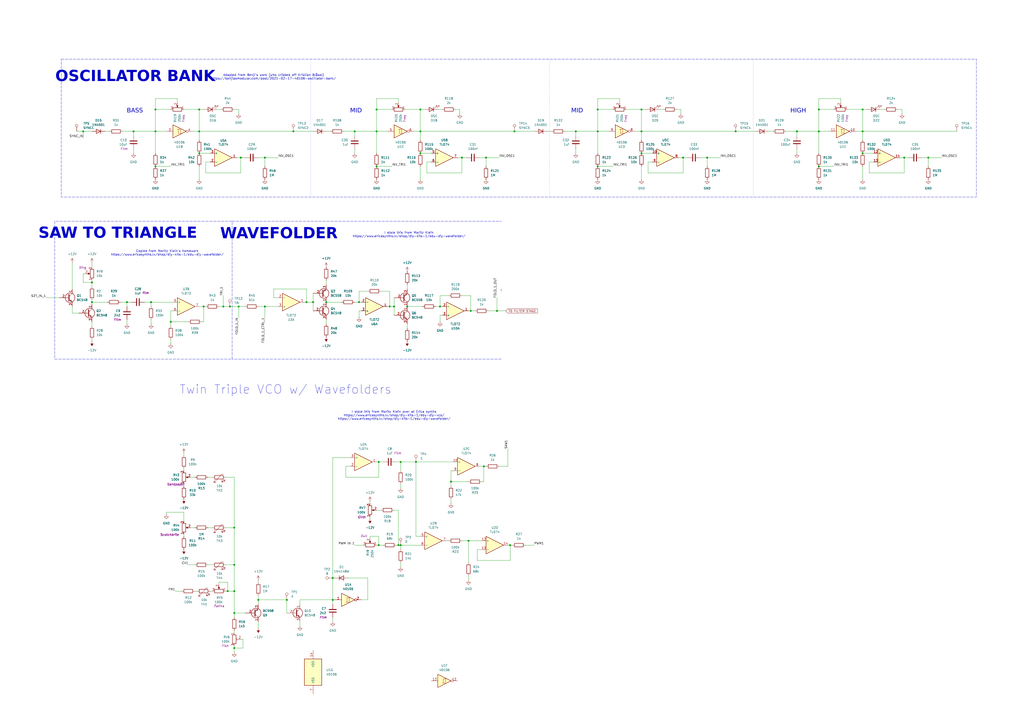
<source format=kicad_sch>
(kicad_sch (version 20231120) (generator "eeschema") (generator_version "8.0")
  (paper "A2")
  (title_block (title "Laundromat") (rev "1.0") (company "velvia-fifty") (comment 1 "https://github.com/velvia-fifty") (comment 2 "Just drop it off and we'll wash and fold it") (comment 4 "Stay humble"))
  (junction (at 115.57 88.9))
  (junction (at 219.71 267.97))
  (junction (at 218.44 96.52))
  (junction (at 149.86 347.98))
  (junction (at 133.35 177.8))
  (junction (at 396.24 91.44))
  (junction (at 193.04 335.28))
  (junction (at 232.41 316.23))
  (junction (at 90.17 76.2))
  (junction (at 135.89 375.92))
  (junction (at 462.28 76.2))
  (junction (at 228.6 177.8))
  (junction (at 426.72 76.2))
  (junction (at 132.08 342.9))
  (junction (at 135.89 327.66))
  (junction (at 236.22 177.8))
  (junction (at 273.05 180.34))
  (junction (at 280.67 270.51))
  (junction (at 208.28 175.26))
  (junction (at 298.45 76.2))
  (junction (at 177.8 175.26))
  (junction (at 372.11 63.5))
  (junction (at 500.38 88.9))
  (junction (at 115.57 76.2))
  (junction (at 231.14 316.23))
  (junction (at 226.06 177.8))
  (junction (at 281.94 91.44))
  (junction (at 90.17 63.5))
  (junction (at 474.98 96.52))
  (junction (at 53.34 163.83))
  (junction (at 181.61 175.26))
  (junction (at 372.11 88.9))
  (junction (at 115.57 63.5))
  (junction (at 135.89 355.6))
  (junction (at 346.71 63.5))
  (junction (at 295.91 316.23))
  (junction (at 243.84 63.5))
  (junction (at 218.44 63.5))
  (junction (at 474.98 76.2))
  (junction (at 48.26 76.2))
  (junction (at 372.11 76.2))
  (junction (at 99.06 186.69))
  (junction (at 189.23 175.26))
  (junction (at 500.38 76.2))
  (junction (at 219.71 316.23))
  (junction (at 193.04 347.98))
  (junction (at 218.44 76.2))
  (junction (at 87.63 175.26))
  (junction (at 129.54 177.8))
  (junction (at 153.67 91.44))
  (junction (at 170.18 76.2))
  (junction (at 90.17 96.52))
  (junction (at 139.7 91.44))
  (junction (at 53.34 175.26))
  (junction (at 346.71 76.2))
  (junction (at 500.38 63.5))
  (junction (at 243.84 88.9))
  (junction (at 346.71 96.52))
  (junction (at 73.66 175.26))
  (junction (at 138.43 177.8))
  (junction (at 267.97 91.44))
  (junction (at 232.41 267.97))
  (junction (at 118.11 177.8))
  (junction (at 243.84 76.2))
  (junction (at 524.51 91.44))
  (junction (at 166.37 347.98))
  (junction (at 205.74 76.2))
  (junction (at 334.01 76.2))
  (junction (at 241.3 267.97))
  (junction (at 255.27 177.8))
  (junction (at 271.78 313.69))
  (junction (at 77.47 76.2))
  (junction (at 135.89 306.07))
  (junction (at 135.89 342.9))
  (junction (at 153.67 177.8))
  (junction (at 261.62 279.4))
  (junction (at 474.98 63.5))
  (junction (at 538.48 91.44))
  (junction (at 410.21 91.44))
  (junction (at 288.29 180.34))
  (wire (pts (xy 87.63 175.26) (xy 83.82 175.26)))
  (wire (pts (xy 236.22 190.5) (xy 236.22 187.96)))
  (wire (pts (xy 53.34 163.83) (xy 48.26 163.83)))
  (wire (pts (xy 229.87 267.97) (xy 232.41 267.97)))
  (wire (pts (xy 214.63 311.15) (xy 214.63 312.42)))
  (wire (pts (xy 534.67 91.44) (xy 538.48 91.44)))
  (wire (pts (xy 135.89 375.92) (xy 135.89 378.46)))
  (wire (pts (xy 261.62 273.05) (xy 262.89 273.05)))
  (wire (pts (xy 90.17 57.15) (xy 90.17 63.5)))
  (wire (pts (xy 267.97 171.45) (xy 273.05 171.45)))
  (wire (pts (xy 218.44 316.23) (xy 219.71 316.23)))
  (wire (pts (xy 130.81 276.86) (xy 135.89 276.86)))
  (wire (pts (xy 283.21 180.34) (xy 288.29 180.34)))
  (wire (pts (xy 474.98 96.52) (xy 483.87 96.52)))
  (wire (pts (xy 118.11 63.5) (xy 115.57 63.5)))
  (wire (pts (xy 368.3 76.2) (xy 372.11 76.2)))
  (wire (pts (xy 135.89 63.5) (xy 138.43 63.5)))
  (wire (pts (xy 346.71 96.52) (xy 355.6 96.52)))
  (wire (pts (xy 232.41 318.77) (xy 232.41 316.23)))
  (wire (pts (xy 203.2 265.43) (xy 193.04 265.43)))
  (wire (pts (xy 506.73 93.98) (xy 504.19 93.98)))
  (wire (pts (xy 378.46 93.98) (xy 375.92 93.98)))
  (wire (pts (xy 232.41 283.21) (xy 232.41 280.67)))
  (wire (pts (xy 135.89 355.6) (xy 142.24 355.6)))
  (wire (pts (xy 73.66 175.26) (xy 69.85 175.26)))
  (wire (pts (xy 128.27 63.5) (xy 125.73 63.5)))
  (wire (pts (xy 232.41 316.23) (xy 243.84 316.23)))
  (wire (pts (xy 295.91 325.12) (xy 295.91 316.23)))
  (wire (pts (xy 278.13 270.51) (xy 280.67 270.51)))
  (wire (pts (xy 208.28 180.34) (xy 209.55 180.34)))
  (wire (pts (xy 218.44 96.52) (xy 227.33 96.52)))
  (wire (pts (xy 73.66 177.8) (xy 73.66 175.26)))
  (wire (pts (xy 294.64 260.35) (xy 294.64 270.51)))
  (wire (pts (xy 504.19 93.98) (xy 504.19 100.33)))
  (wire (pts (xy 71.12 76.2) (xy 77.47 76.2)))
  (wire (pts (xy 193.04 347.98) (xy 194.31 347.98)))
  (wire (pts (xy 220.98 168.91) (xy 226.06 168.91)))
  (wire (pts (xy 130.81 342.9) (xy 132.08 342.9)))
  (wire (pts (xy 243.84 63.5) (xy 234.95 63.5)))
  (wire (pts (xy 218.44 267.97) (xy 219.71 267.97)))
  (wire (pts (xy 110.49 306.07) (xy 113.03 306.07)))
  (wire (pts (xy 138.43 184.15) (xy 138.43 177.8)))
  (wire (pts (xy 153.67 91.44) (xy 161.29 91.44)))
  (wire (pts (xy 245.11 177.8) (xy 236.22 177.8)))
  (wire (pts (xy 127 337.82) (xy 127 339.09)))
  (wire (pts (xy 121.92 93.98) (xy 119.38 93.98)))
  (wire (pts (xy 149.86 91.44) (xy 153.67 91.44)))
  (wire (pts (xy 123.19 342.9) (xy 121.92 342.9)))
  (wire (pts (xy 295.91 316.23) (xy 294.64 316.23)))
  (wire (pts (xy 255.27 182.88) (xy 256.54 182.88)))
  (wire (pts (xy 346.71 57.15) (xy 346.71 63.5)))
  (wire (pts (xy 139.7 370.84) (xy 140.97 370.84)))
  (wire (pts (xy 48.26 163.83) (xy 48.26 158.75)))
  (wire (pts (xy 410.21 96.52) (xy 410.21 91.44)))
  (wire (pts (xy 149.86 364.49) (xy 149.86 360.68)))
  (wire (pts (xy 289.56 270.51) (xy 294.64 270.51)))
  (wire (pts (xy 276.86 318.77) (xy 276.86 325.12)))
  (wire (pts (xy 538.48 91.44) (xy 546.1 91.44)))
  (wire (pts (xy 48.26 80.01) (xy 48.26 76.2)))
  (wire (pts (xy 396.24 91.44) (xy 398.78 91.44)))
  (wire (pts (xy 524.51 91.44) (xy 527.05 91.44)))
  (wire (pts (xy 118.11 186.69) (xy 116.84 186.69)))
  (wire (pts (xy 218.44 63.5) (xy 227.33 63.5)))
  (wire (pts (xy 247.65 100.33) (xy 267.97 100.33)))
  (wire (pts (xy 231.14 316.23) (xy 232.41 316.23)))
  (wire (pts (xy 474.98 63.5) (xy 483.87 63.5)))
  (wire (pts (xy 261.62 279.4) (xy 261.62 281.94)))
  (wire (pts (xy 218.44 295.91) (xy 220.98 295.91)))
  (wire (pts (xy 487.68 59.69) (xy 487.68 57.15)))
  (wire (pts (xy 229.87 316.23) (xy 231.14 316.23)))
  (wire (pts (xy 140.97 375.92) (xy 135.89 375.92)))
  (wire (pts (xy 99.06 199.39) (xy 99.06 196.85)))
  (wire (pts (xy 261.62 292.1) (xy 261.62 289.56)))
  (wire (pts (xy 106.68 281.94) (xy 106.68 280.67)))
  (wire (pts (xy 48.26 158.75) (xy 49.53 158.75)))
  (wire (pts (xy 62.23 175.26) (xy 53.34 175.26)))
  (wire (pts (xy 111.76 76.2) (xy 115.57 76.2)))
  (wire (pts (xy 139.7 91.44) (xy 137.16 91.44)))
  (wire (pts (xy 99.06 180.34) (xy 99.06 186.69)))
  (wire (pts (xy 266.7 63.5) (xy 266.7 66.04)))
  (wire (pts (xy 213.36 335.28) (xy 201.93 335.28)))
  (wire (pts (xy 127 177.8) (xy 129.54 177.8)))
  (wire (pts (xy 129.54 171.45) (xy 129.54 177.8)))
  (wire (pts (xy 48.26 76.2) (xy 53.34 76.2)))
  (wire (pts (xy 259.08 313.69) (xy 260.35 313.69)))
  (wire (pts (xy 247.65 93.98) (xy 247.65 100.33)))
  (wire (pts (xy 205.74 88.9) (xy 205.74 86.36)))
  (wire (pts (xy 226.06 177.8) (xy 228.6 177.8)))
  (wire (pts (xy 219.71 276.86) (xy 219.71 267.97)))
  (wire (pts (xy 278.13 91.44) (xy 281.94 91.44)))
  (wire (pts (xy 232.41 267.97) (xy 232.41 273.05)))
  (wire (pts (xy 474.98 76.2) (xy 474.98 88.9)))
  (wire (pts (xy 109.22 327.66) (xy 113.03 327.66)))
  (wire (pts (xy 474.98 76.2) (xy 481.33 76.2)))
  (wire (pts (xy 205.74 76.2) (xy 218.44 76.2)))
  (wire (pts (xy 87.63 175.26) (xy 100.33 175.26)))
  (wire (pts (xy 243.84 76.2) (xy 243.84 63.5)))
  (wire (pts (xy 309.88 316.23) (xy 304.8 316.23)))
  (wire (pts (xy 396.24 100.33) (xy 396.24 91.44)))
  (wire (pts (xy 500.38 63.5) (xy 491.49 63.5)))
  (wire (pts (xy 500.38 76.2) (xy 500.38 81.28)))
  (wire (pts (xy 106.68 297.18) (xy 106.68 302.26)))
  (wire (pts (xy 455.93 76.2) (xy 462.28 76.2)))
  (wire (pts (xy 26.67 172.72) (xy 34.29 172.72)))
  (wire (pts (xy 53.34 152.4) (xy 53.34 154.94)))
  (wire (pts (xy 87.63 177.8) (xy 87.63 175.26)))
  (wire (pts (xy 218.44 57.15) (xy 218.44 63.5)))
  (wire (pts (xy 250.19 88.9) (xy 243.84 88.9)))
  (wire (pts (xy 474.98 57.15) (xy 474.98 63.5)))
  (wire (pts (xy 231.14 59.69) (xy 231.14 57.15)))
  (wire (pts (xy 279.4 318.77) (xy 276.86 318.77)))
  (wire (pts (xy 208.28 175.26) (xy 205.74 175.26)))
  (wire (pts (xy 500.38 76.2) (xy 554.99 76.2)))
  (wire (pts (xy 232.41 267.97) (xy 241.3 267.97)))
  (wire (pts (xy 281.94 270.51) (xy 280.67 270.51)))
  (wire (pts (xy 90.17 63.5) (xy 90.17 76.2)))
  (wire (pts (xy 139.7 100.33) (xy 139.7 91.44)))
  (wire (pts (xy 219.71 316.23) (xy 222.25 316.23)))
  (wire (pts (xy 218.44 76.2) (xy 224.79 76.2)))
  (wire (pts (xy 288.29 180.34) (xy 293.37 180.34)))
  (wire (pts (xy 271.78 180.34) (xy 273.05 180.34)))
  (wire (pts (xy 41.91 152.4) (xy 41.91 167.64)))
  (wire (pts (xy 106.68 271.78) (xy 106.68 273.05)))
  (wire (pts (xy 140.97 370.84) (xy 140.97 375.92)))
  (wire (pts (xy 102.87 57.15) (xy 90.17 57.15)))
  (wire (pts (xy 214.63 290.83) (xy 214.63 292.1)))
  (wire (pts (xy 406.4 91.44) (xy 410.21 91.44)))
  (wire (pts (xy 129.54 177.8) (xy 133.35 177.8)))
  (wire (pts (xy 132.08 342.9) (xy 132.08 337.82)))
  (wire (pts (xy 133.35 177.8) (xy 138.43 177.8)))
  (wire (pts (xy 209.55 175.26) (xy 208.28 175.26)))
  (wire (pts (xy 438.15 76.2) (xy 426.72 76.2)))
  (wire (pts (xy 135.89 367.03) (xy 135.89 365.76)))
  (polyline (pts (xy 436.88 34.29) (xy 436.88 114.3)) (stroke (width 0) (type dot)))
  (wire (pts (xy 102.87 59.69) (xy 102.87 57.15)))
  (polyline (pts (xy 31.75 208.28) (xy 134.62 208.28)) (stroke (width 0) (type dash)))
  (wire (pts (xy 158.75 172.72) (xy 158.75 167.64)))
  (wire (pts (xy 123.19 306.07) (xy 120.65 306.07)))
  (wire (pts (xy 213.36 168.91) (xy 208.28 168.91)))
  (wire (pts (xy 119.38 177.8) (xy 118.11 177.8)))
  (wire (pts (xy 502.92 63.5) (xy 500.38 63.5)))
  (wire (pts (xy 99.06 180.34) (xy 100.33 180.34)))
  (polyline (pts (xy 31.75 128.27) (xy 31.75 208.28)) (stroke (width 0) (type dash)))
  (wire (pts (xy 218.44 76.2) (xy 218.44 88.9)))
  (wire (pts (xy 241.3 267.97) (xy 262.89 267.97)))
  (wire (pts (xy 200.66 276.86) (xy 219.71 276.86)))
  (wire (pts (xy 119.38 93.98) (xy 119.38 100.33)))
  (wire (pts (xy 445.77 76.2) (xy 448.31 76.2)))
  (wire (pts (xy 524.51 100.33) (xy 524.51 91.44)))
  (wire (pts (xy 96.52 297.18) (xy 96.52 298.45)))
  (wire (pts (xy 374.65 63.5) (xy 372.11 63.5)))
  (wire (pts (xy 173.99 350.52) (xy 173.99 347.98)))
  (wire (pts (xy 264.16 63.5) (xy 266.7 63.5)))
  (wire (pts (xy 106.68 297.18) (xy 96.52 297.18)))
  (wire (pts (xy 135.89 276.86) (xy 135.89 306.07)))
  (wire (pts (xy 161.29 172.72) (xy 158.75 172.72)))
  (wire (pts (xy 177.8 175.26) (xy 176.53 175.26)))
  (polyline (pts (xy 318.77 34.29) (xy 318.77 114.3)) (stroke (width 0) (type dot)))
  (wire (pts (xy 243.84 96.52) (xy 243.84 104.14)))
  (wire (pts (xy 219.71 311.15) (xy 214.63 311.15)))
  (wire (pts (xy 135.89 306.07) (xy 130.81 306.07)))
  (wire (pts (xy 90.17 63.5) (xy 99.06 63.5)))
  (wire (pts (xy 115.57 76.2) (xy 170.18 76.2)))
  (wire (pts (xy 149.86 336.55) (xy 149.86 337.82)))
  (wire (pts (xy 110.49 276.86) (xy 113.03 276.86)))
  (wire (pts (xy 153.67 96.52) (xy 153.67 91.44)))
  (wire (pts (xy 119.38 100.33) (xy 139.7 100.33)))
  (wire (pts (xy 158.75 167.64) (xy 177.8 167.64)))
  (wire (pts (xy 232.41 328.93) (xy 232.41 326.39)))
  (wire (pts (xy 317.5 76.2) (xy 320.04 76.2)))
  (wire (pts (xy 462.28 76.2) (xy 474.98 76.2)))
  (wire (pts (xy 209.55 347.98) (xy 213.36 347.98)))
  (wire (pts (xy 161.29 177.8) (xy 153.67 177.8)))
  (wire (pts (xy 256.54 63.5) (xy 254 63.5)))
  (wire (pts (xy 135.89 355.6) (xy 135.89 342.9)))
  (wire (pts (xy 273.05 180.34) (xy 275.59 180.34)))
  (wire (pts (xy 334.01 88.9) (xy 334.01 86.36)))
  (wire (pts (xy 375.92 100.33) (xy 396.24 100.33)))
  (wire (pts (xy 219.71 316.23) (xy 219.71 311.15)))
  (wire (pts (xy 106.68 311.15) (xy 106.68 309.88)))
  (polyline (pts (xy 134.62 128.27) (xy 290.83 128.27)) (stroke (width 0) (type dash)))
  (wire (pts (xy 267.97 313.69) (xy 271.78 313.69)))
  (wire (pts (xy 53.34 175.26) (xy 53.34 176.53)))
  (wire (pts (xy 523.24 63.5) (xy 523.24 66.04)))
  (wire (pts (xy 359.41 57.15) (xy 346.71 57.15)))
  (wire (pts (xy 372.11 76.2) (xy 372.11 81.28)))
  (wire (pts (xy 115.57 76.2) (xy 115.57 63.5)))
  (wire (pts (xy 462.28 88.9) (xy 462.28 86.36)))
  (wire (pts (xy 521.97 91.44) (xy 524.51 91.44)))
  (wire (pts (xy 193.04 335.28) (xy 194.31 335.28)))
  (wire (pts (xy 538.48 96.52) (xy 538.48 91.44)))
  (wire (pts (xy 214.63 300.99) (xy 214.63 299.72)))
  (wire (pts (xy 513.08 63.5) (xy 510.54 63.5)))
  (wire (pts (xy 372.11 76.2) (xy 372.11 63.5)))
  (wire (pts (xy 506.73 88.9) (xy 500.38 88.9)))
  (wire (pts (xy 243.84 311.15) (xy 241.3 311.15)))
  (wire (pts (xy 132.08 337.82) (xy 127 337.82)))
  (wire (pts (xy 203.2 270.51) (xy 200.66 270.51)))
  (wire (pts (xy 73.66 187.96) (xy 73.66 185.42)))
  (wire (pts (xy 250.19 93.98) (xy 247.65 93.98)))
  (wire (pts (xy 228.6 177.8) (xy 228.6 182.88)))
  (wire (pts (xy 132.08 342.9) (xy 135.89 342.9)))
  (wire (pts (xy 295.91 316.23) (xy 297.18 316.23)))
  (wire (pts (xy 173.99 363.22) (xy 173.99 360.68)))
  (wire (pts (xy 410.21 91.44) (xy 417.83 91.44)))
  (wire (pts (xy 181.61 175.26) (xy 181.61 180.34)))
  (wire (pts (xy 166.37 355.6) (xy 166.37 347.98)))
  (wire (pts (xy 281.94 96.52) (xy 281.94 91.44)))
  (wire (pts (xy 228.6 295.91) (xy 231.14 295.91)))
  (wire (pts (xy 520.7 63.5) (xy 523.24 63.5)))
  (wire (pts (xy 208.28 184.15) (xy 208.28 180.34)))
  (wire (pts (xy 153.67 184.15) (xy 153.67 177.8)))
  (wire (pts (xy 181.61 76.2) (xy 170.18 76.2)))
  (wire (pts (xy 271.78 313.69) (xy 279.4 313.69)))
  (polyline (pts (xy 233.68 208.28) (xy 134.62 208.28)) (stroke (width 0) (type dash)))
  (wire (pts (xy 334.01 78.74) (xy 334.01 76.2)))
  (wire (pts (xy 166.37 347.98) (xy 149.86 347.98)))
  (wire (pts (xy 346.71 76.2) (xy 353.06 76.2)))
  (wire (pts (xy 243.84 76.2) (xy 243.84 81.28)))
  (wire (pts (xy 198.12 175.26) (xy 189.23 175.26)))
  (wire (pts (xy 208.28 168.91) (xy 208.28 175.26)))
  (wire (pts (xy 138.43 63.5) (xy 138.43 66.04)))
  (wire (pts (xy 261.62 273.05) (xy 261.62 279.4)))
  (wire (pts (xy 219.71 267.97) (xy 222.25 267.97)))
  (wire (pts (xy 255.27 186.69) (xy 255.27 182.88)))
  (wire (pts (xy 118.11 177.8) (xy 118.11 186.69)))
  (wire (pts (xy 90.17 76.2) (xy 90.17 88.9)))
  (wire (pts (xy 115.57 177.8) (xy 118.11 177.8)))
  (wire (pts (xy 149.86 345.44) (xy 149.86 347.98)))
  (polyline (pts (xy 180.34 34.29) (xy 180.34 114.3)) (stroke (width 0) (type dot)))
  (wire (pts (xy 115.57 76.2) (xy 115.57 81.28)))
  (polyline (pts (xy 290.83 168.91) (xy 290.83 167.64)) (stroke (width 0) (type dash)))
  (wire (pts (xy 231.14 57.15) (xy 218.44 57.15)))
  (wire (pts (xy 123.19 327.66) (xy 120.65 327.66)))
  (wire (pts (xy 135.89 342.9) (xy 135.89 327.66)))
  (wire (pts (xy 226.06 168.91) (xy 226.06 177.8)))
  (wire (pts (xy 189.23 76.2) (xy 191.77 76.2)))
  (wire (pts (xy 181.61 170.18) (xy 181.61 175.26)))
  (wire (pts (xy 45.72 181.61) (xy 41.91 181.61)))
  (wire (pts (xy 115.57 63.5) (xy 106.68 63.5)))
  (wire (pts (xy 135.89 374.65) (xy 135.89 375.92)))
  (wire (pts (xy 189.23 187.96) (xy 189.23 185.42)))
  (wire (pts (xy 267.97 91.44) (xy 265.43 91.44)))
  (wire (pts (xy 243.84 76.2) (xy 298.45 76.2)))
  (wire (pts (xy 199.39 76.2) (xy 205.74 76.2)))
  (wire (pts (xy 60.96 76.2) (xy 63.5 76.2)))
  (wire (pts (xy 271.78 279.4) (xy 261.62 279.4)))
  (wire (pts (xy 193.04 335.28) (xy 193.04 347.98)))
  (wire (pts (xy 87.63 187.96) (xy 87.63 185.42)))
  (wire (pts (xy 53.34 198.12) (xy 53.34 196.85)))
  (wire (pts (xy 135.89 306.07) (xy 135.89 327.66)))
  (wire (pts (xy 280.67 279.4) (xy 279.4 279.4)))
  (wire (pts (xy 41.91 181.61) (xy 41.91 177.8)))
  (wire (pts (xy 271.78 336.55) (xy 271.78 334.01)))
  (wire (pts (xy 236.22 165.1) (xy 236.22 167.64)))
  (wire (pts (xy 228.6 172.72) (xy 228.6 177.8)))
  (wire (pts (xy 280.67 270.51) (xy 280.67 279.4)))
  (wire (pts (xy 231.14 295.91) (xy 231.14 316.23)))
  (wire (pts (xy 240.03 76.2) (xy 243.84 76.2)))
  (wire (pts (xy 281.94 91.44) (xy 289.56 91.44)))
  (wire (pts (xy 346.71 76.2) (xy 346.71 88.9)))
  (wire (pts (xy 226.06 177.8) (xy 224.79 177.8)))
  (wire (pts (xy 135.89 358.14) (xy 135.89 355.6)))
  (wire (pts (xy 90.17 76.2) (xy 96.52 76.2)))
  (wire (pts (xy 276.86 325.12) (xy 295.91 325.12)))
  (wire (pts (xy 327.66 76.2) (xy 334.01 76.2)))
  (wire (pts (xy 255.27 177.8) (xy 252.73 177.8)))
  (wire (pts (xy 346.71 63.5) (xy 355.6 63.5)))
  (wire (pts (xy 462.28 78.74) (xy 462.28 76.2)))
  (polyline (pts (xy 134.62 128.27) (xy 31.75 128.27)) (stroke (width 0) (type dash)))
  (wire (pts (xy 213.36 347.98) (xy 213.36 335.28)))
  (wire (pts (xy 205.74 316.23) (xy 210.82 316.23)))
  (wire (pts (xy 153.67 177.8) (xy 149.86 177.8)))
  (wire (pts (xy 73.66 175.26) (xy 76.2 175.26)))
  (wire (pts (xy 273.05 171.45) (xy 273.05 180.34)))
  (wire (pts (xy 77.47 88.9) (xy 77.47 86.36)))
  (wire (pts (xy 77.47 78.74) (xy 77.47 76.2)))
  (wire (pts (xy 193.04 360.68) (xy 193.04 358.14)))
  (wire (pts (xy 115.57 96.52) (xy 115.57 104.14)))
  (wire (pts (xy 218.44 63.5) (xy 218.44 76.2)))
  (wire (pts (xy 394.97 63.5) (xy 394.97 66.04)))
  (wire (pts (xy 500.38 96.52) (xy 500.38 104.14)))
  (wire (pts (xy 53.34 163.83) (xy 53.34 166.37)))
  (wire (pts (xy 256.54 177.8) (xy 255.27 177.8)))
  (wire (pts (xy 375.92 93.98) (xy 375.92 100.33)))
  (wire (pts (xy 267.97 91.44) (xy 270.51 91.44)))
  (wire (pts (xy 109.22 186.69) (xy 99.06 186.69)))
  (wire (pts (xy 99.06 186.69) (xy 99.06 189.23)))
  (wire (pts (xy 309.88 76.2) (xy 298.45 76.2)))
  (polyline (pts (xy 290.83 208.28) (xy 233.68 208.28)) (stroke (width 0) (type dash)))
  (wire (pts (xy 121.92 88.9) (xy 115.57 88.9)))
  (wire (pts (xy 139.7 91.44) (xy 142.24 91.44)))
  (wire (pts (xy 241.3 311.15) (xy 241.3 267.97)))
  (wire (pts (xy 177.8 167.64) (xy 177.8 175.26)))
  (wire (pts (xy 173.99 347.98) (xy 193.04 347.98)))
  (polyline (pts (xy 134.62 208.28) (xy 134.62 128.27)) (stroke (width 0) (type dash)))
  (wire (pts (xy 346.71 63.5) (xy 346.71 76.2)))
  (wire (pts (xy 392.43 63.5) (xy 394.97 63.5)))
  (wire (pts (xy 378.46 88.9) (xy 372.11 88.9)))
  (wire (pts (xy 359.41 59.69) (xy 359.41 57.15)))
  (wire (pts (xy 189.23 162.56) (xy 189.23 165.1)))
  (wire (pts (xy 474.98 63.5) (xy 474.98 76.2)))
  (wire (pts (xy 77.47 76.2) (xy 90.17 76.2)))
  (wire (pts (xy 120.65 276.86) (xy 123.19 276.86)))
  (wire (pts (xy 372.11 63.5) (xy 363.22 63.5)))
  (wire (pts (xy 114.3 342.9) (xy 113.03 342.9)))
  (wire (pts (xy 101.6 342.9) (xy 105.41 342.9)))
  (wire (pts (xy 496.57 76.2) (xy 500.38 76.2)))
  (wire (pts (xy 255.27 171.45) (xy 255.27 177.8)))
  (wire (pts (xy 200.66 270.51) (xy 200.66 276.86)))
  (wire (pts (xy 205.74 78.74) (xy 205.74 76.2)))
  (wire (pts (xy 267.97 100.33) (xy 267.97 91.44)))
  (wire (pts (xy 106.68 262.89) (xy 106.68 264.16)))
  (wire (pts (xy 288.29 172.72) (xy 288.29 180.34)))
  (wire (pts (xy 372.11 76.2) (xy 426.72 76.2)))
  (wire (pts (xy 135.89 327.66) (xy 130.81 327.66)))
  (wire (pts (xy 181.61 175.26) (xy 177.8 175.26)))
  (wire (pts (xy 393.7 91.44) (xy 396.24 91.44)))
  (wire (pts (xy 53.34 173.99) (xy 53.34 175.26)))
  (wire (pts (xy 138.43 177.8) (xy 142.24 177.8)))
  (wire (pts (xy 260.35 171.45) (xy 255.27 171.45)))
  (wire (pts (xy 334.01 76.2) (xy 346.71 76.2)))
  (wire (pts (xy 372.11 96.52) (xy 372.11 104.14)))
  (wire (pts (xy 149.86 347.98) (xy 149.86 350.52)))
  (wire (pts (xy 246.38 63.5) (xy 243.84 63.5)))
  (wire (pts (xy 53.34 162.56) (xy 53.34 163.83)))
  (wire (pts (xy 384.81 63.5) (xy 382.27 63.5)))
  (wire (pts (xy 504.19 100.33) (xy 524.51 100.33)))
  (wire (pts (xy 487.68 57.15) (xy 474.98 57.15)))
  (wire (pts (xy 193.04 265.43) (xy 193.04 335.28)))
  (wire (pts (xy 500.38 76.2) (xy 500.38 63.5)))
  (wire (pts (xy 44.45 76.2) (xy 48.26 76.2)))
  (wire (pts (xy 53.34 189.23) (xy 53.34 186.69)))
  (wire (pts (xy 90.17 96.52) (xy 99.06 96.52)))
  (wire (pts (xy 193.04 350.52) (xy 193.04 347.98)))
  (wire (pts (xy 271.78 326.39) (xy 271.78 313.69)))
  (rectangle (start 35.56 34.29) (end 566.42 114.3) (stroke (width 0) (type dash)))
  (text "Twin Triple VCO w/ Wavefolders" (at 165.608 226.06 0) (effects (font (size 5.08 5.08))))
  (text "BASS" (at 78.232 65.024 0) (effects (font (size 2.54 2.54) (thickness 0.4763))))
  (text "I stole this from Moritz Klein\nhttps://www.ericasynths.lv/shop/diy-kits-1/edu-diy-wavefolder/\n" (at 237.236 136.144 0) (effects (font (size 1.27 1.27))))
  (text "I stole this from Moritz Klein over at Erica synths\nhttps://www.ericasynths.lv/shop/diy-kits-1/edu-diy-vco/\nhttps://www.ericasynths.lv/shop/diy-kits-1/edu-diy-wavefolder/\n" (at 228.6 241.046 0) (effects (font (size 1.27 1.27))))
  (text "Copied from Moritz Klein's homework\nhttps://www.ericasynths.lv/shop/diy-kits-1/edu-diy-wavefolder/\n" (at 97.028 146.812 0) (effects (font (size 1.27 1.27))))
  (text "SAW TO TRIANGLE" (at 68.326 137.16 0) (effects (font (size 6.35 6.35) (thickness 1.27) (bold yes))))
  (text "WAVEFOLDER" (at 161.798 137.414 0) (effects (font (size 6.35 6.35) (thickness 1.27) (bold yes))))
  (text "HIGH\n" (at 463.042 65.024 0) (effects (font (size 2.54 2.54) (thickness 0.4763))))
  (text "MID" (at 206.502 65.024 0) (effects (font (size 2.54 2.54) (thickness 0.4763))))
  (text "MID" (at 334.772 65.024 0) (effects (font (size 2.54 2.54) (thickness 0.4763))))
  (text "OSCILLATOR BANK" (at 78.486 46.228 0) (effects (font (size 6.35 6.35) (thickness 1.27) (bold yes))))
  (text "Adapted from Benji's work (who cribbed off Kristian Blåsol)\nhttps://benjiaomodular.com/post/2021-02-17-40106-oscillator-bank/" (at 158.75 44.704 0) (effects (font (size 1.27 1.27))))
  (label "INV_TRI1" (at 483.87 96.52 0))
  (label "FOLD_1_IN" (at 138.43 184.15 270))
  (label "FOLD_1_CTRL_1" (at 153.67 184.15 270))
  (label "INV_OSC1" (at 161.29 91.44 0))
  (label "S2T_IN_1" (at 26.67 172.72 180))
  (label "INV_OSC1" (at 417.83 91.44 0))
  (label "CV1" (at 109.22 327.66 180))
  (label "INV_OSC1" (at 289.56 91.44 0))
  (label "SYNC_IN" (at 48.26 80.01 180))
  (label "INV_TRI1" (at 355.6 96.52 0))
  (label "FOLD_1_OUT" (at 288.29 172.72 90))
  (label "TRI_1" (at 129.54 171.45 90))
  (label "INV_TRI1" (at 227.33 96.52 0))
  (label "INV_TRI1" (at 99.06 96.52 0))
  (label "PWM1" (at 309.88 316.23 0))
  (label "FM1" (at 101.6 342.9 180))
  (label "PWM IN 1" (at 205.74 316.23 180))
  (label "SAW1" (at 294.64 260.35 90))
  (label "INV_OSC1" (at 546.1 91.44 0))
  (global_label "TO FILTER STAGE" (shape input) (at 293.37 180.34 0) (property "Intersheetrefs" "${INTERSHEET_REFS}" (effects (hide yes))))
  (symbol (lib_id "power:GND") (at 232.41 328.93 0) (unit 1)
    (property "Reference" "#PWR027" (effects (hide yes)))
    (property "Value" "GND" (at 232.41 334.01 0))
    (property "Description" "Power symbol creates a global label with name \"GND\" , ground" (effects (hide yes)))
  )
  (symbol (lib_id "power:GND") (at 99.06 199.39 0) (unit 1)
    (property "Reference" "#PWR051" (effects (hide yes)))
    (property "Value" "GND" (at 99.06 204.47 0))
    (property "Description" "Power symbol creates a global label with name \"GND\" , ground" (effects (hide yes)))
  )
  (symbol (lib_id "power:GND") (at 261.62 292.1 0) (unit 1)
    (property "Reference" "#PWR028" (effects (hide yes)))
    (property "Value" "GND" (at 261.62 297.18 0))
    (property "Description" "Power symbol creates a global label with name \"GND\" , ground" (effects (hide yes)))
  )
  (symbol (lib_id "Device:R") (at 153.67 100.33 0) (unit 1)
    (property "Reference" "R46" (at 156.21 99.0599 0) (effects (justify left)))
    (property "Value" "1M" (at 156.21 101.5999 0) (effects (justify left)))
    (property "Footprint" "Resistor_SMD:R_0805_2012Metric_Pad1.20x1.40mm_HandSolder" (effects (hide yes)))
    (property "Description" "Resistor" (effects (hide yes)))
  )
  (symbol (lib_id "Amplifier_Operational:TL072") (at 107.95 177.8 0) (unit 2)
    (property "Reference" "U3" (at 107.95 167.64 0))
    (property "Value" "TL072" (at 107.95 170.18 0))
    (property "Footprint" "Package_SO:TSSOP-8_4.4x3mm_P0.65mm" (effects (hide yes)))
    (property "Datasheet" "http://www.ti.com/lit/ds/symlink/tl071.pdf" (effects (hide yes)))
    (property "Description" "Dual Low-Noise JFET-Input Operational Amplifiers, DIP-8/SOIC-8" (effects (hide yes)))
  )
  (symbol (lib_id "Diode:1N4148W") (at 198.12 335.28 0) (unit 1)
    (property "Reference" "D1" (at 198.12 328.93 0))
    (property "Value" "1N4148W" (at 198.12 331.47 0))
    (property "Footprint" "Diode_SMD:D_SOD-123" (effects (hide yes)))
    (property "Datasheet" "https://www.vishay.com/docs/85748/1n4148w.pdf" (effects (hide yes)))
    (property "Description" "75V 0.15A Fast Switching Diode, SOD-123" (effects (hide yes)))
    (property "Sim.Device" "D" (effects (hide yes)))
    (property "Sim.Pins" "1=K 2=A" (effects (hide yes)))
  )
  (symbol (lib_id "Device:R") (at 106.68 267.97 0) (mirror y) (unit 1)
    (property "Reference" "R9" (at 111.76 266.7 0))
    (property "Value" "100k" (at 111.76 269.24 0))
    (property "Footprint" "Resistor_SMD:R_0805_2012Metric_Pad1.20x1.40mm_HandSolder" (effects (hide yes)))
    (property "Description" "Resistor" (effects (hide yes)))
  )
  (symbol (lib_id "Device:R") (at 99.06 193.04 0) (unit 1)
    (property "Reference" "R38" (at 101.6 191.7699 0) (effects (justify left)))
    (property "Value" "100k" (at 101.6 194.3099 0) (effects (justify left)))
    (property "Footprint" "Resistor_SMD:R_0805_2012Metric_Pad1.20x1.40mm_HandSolder" (effects (hide yes)))
    (property "Description" "Resistor" (effects (hide yes)))
  )
  (symbol (lib_id "power:-12V") (at 106.68 289.56 180) (unit 1)
    (property "Reference" "#PWR017" (effects (hide yes)))
    (property "Value" "-12V" (at 106.68 294.64 0))
    (property "Description" "Power symbol creates a global label with name \"-12V\"" (effects (hide yes)))
  )
  (symbol (lib_id "Device:R") (at 217.17 168.91 90) (unit 1)
    (property "Reference" "R110" (at 217.17 162.56 90))
    (property "Value" "20k" (at 217.17 165.1 90))
    (property "Footprint" "Resistor_SMD:R_0805_2012Metric_Pad1.20x1.40mm_HandSolder" (effects (hide yes)))
    (property "Description" "Resistor" (effects (hide yes)))
  )
  (symbol (lib_id "power:GND") (at 372.11 104.14 0) (unit 1)
    (property "Reference" "#PWR096" (effects (hide yes)))
    (property "Value" "GND" (at 372.11 109.22 0))
    (property "Description" "Power symbol creates a global label with name \"GND\" , ground" (effects (hide yes)))
  )
  (symbol (lib_id "Device:R") (at 388.62 63.5 270) (unit 1)
    (property "Reference" "R127" (at 388.62 57.15 90))
    (property "Value" "2k" (at 388.62 59.69 90))
    (property "Footprint" "Resistor_SMD:R_0805_2012Metric_Pad1.20x1.40mm_HandSolder" (effects (hide yes)))
    (property "Description" "Resistor" (effects (hide yes)))
  )
  (symbol (lib_id "Amplifier_Operational:TL074") (at 251.46 313.69 0) (unit 2)
    (property "Reference" "U2" (at 251.46 303.53 0))
    (property "Value" "TL074" (at 251.46 306.07 0))
    (property "Footprint" "AT-Footprints:SOT23_DYY_TEX" (effects (hide yes)))
    (property "Datasheet" "http://www.ti.com/lit/ds/symlink/tl071.pdf" (effects (hide yes)))
    (property "Description" "Quad Low-Noise JFET-Input Operational Amplifiers, DIP-14/SOIC-14" (effects (hide yes)))
  )
  (symbol (lib_id "Transistor_BJT:BC548") (at 233.68 182.88 0) (unit 1)
    (property "Reference" "Q6" (at 238.76 181.6099 0) (effects (justify left)))
    (property "Value" "BC548" (at 238.76 184.1499 0) (effects (justify left)))
    (property "Footprint" "Package_TO_SOT_SMD:SOT-23-3" (effects (hide yes)))
    (property "Datasheet" "https://www.onsemi.com/pub/Collateral/BC550-D.pdf" (effects (hide yes)))
    (property "Description" "0.1A Ic, 30V Vce, Small Signal NPN Transistor, TO-92" (effects (hide yes)))
  )
  (symbol (lib_id "power:-12V") (at 189.23 195.58 180) (unit 1)
    (property "Reference" "#PWR084" (effects (hide yes)))
    (property "Value" "-12V" (at 189.23 200.66 0))
    (property "Description" "Power symbol creates a global label with name \"-12V\"" (effects (hide yes)))
  )
  (symbol (lib_id "power:GND") (at 474.98 104.14 0) (unit 1)
    (property "Reference" "#PWR0100" (effects (hide yes)))
    (property "Value" "GND" (at 474.98 109.22 0))
    (property "Description" "Power symbol creates a global label with name \"GND\" , ground" (effects (hide yes)))
  )
  (symbol (lib_id "Amplifier_Operational:TL072") (at 264.16 180.34 0) (mirror x) (unit 1)
    (property "Reference" "U10" (at 264.16 190.5 0))
    (property "Value" "TL072" (at 264.16 187.96 0))
    (property "Footprint" "Package_SO:TSSOP-8_4.4x3mm_P0.65mm" (effects (hide yes)))
    (property "Datasheet" "http://www.ti.com/lit/ds/symlink/tl071.pdf" (effects (hide yes)))
    (property "Description" "Dual Low-Noise JFET-Input Operational Amplifiers, DIP-8/SOIC-8" (effects (hide yes)))
  )
  (symbol (lib_id "power:GND") (at 153.67 104.14 0) (unit 1)
    (property "Reference" "#PWR054" (effects (hide yes)))
    (property "Value" "GND" (at 153.67 109.22 0))
    (property "Description" "Power symbol creates a global label with name \"GND\" , ground" (effects (hide yes)))
  )
  (symbol (lib_id "Device:R") (at 474.98 92.71 0) (unit 1)
    (property "Reference" "R130" (at 477.52 91.4399 0) (effects (justify left)))
    (property "Value" "1k" (at 477.52 93.9799 0) (effects (justify left)))
    (property "Footprint" "Resistor_SMD:R_0805_2012Metric_Pad1.20x1.40mm_HandSolder" (effects (hide yes)))
    (property "Description" "Resistor" (effects (hide yes)))
  )
  (symbol (lib_id "Device:R") (at 500.38 92.71 0) (mirror y) (unit 1)
    (property "Reference" "R133" (at 497.84 91.4399 0) (effects (justify left)))
    (property "Value" "10k" (at 497.84 93.9799 0) (effects (justify left)))
    (property "Footprint" "Resistor_SMD:R_0805_2012Metric_Pad1.20x1.40mm_HandSolder" (effects (hide yes)))
    (property "Description" "Resistor" (effects (hide yes)))
  )
  (symbol (lib_id "power:GND") (at 243.84 104.14 0) (unit 1)
    (property "Reference" "#PWR090" (effects (hide yes)))
    (property "Value" "GND" (at 243.84 109.22 0))
    (property "Description" "Power symbol creates a global label with name \"GND\" , ground" (effects (hide yes)))
  )
  (symbol (lib_id "Connector:TestPoint") (at 133.35 177.8 0) (unit 1)
    (property "Reference" "TP12" (at 135.89 173.2279 0) (effects (justify left)))
    (property "Value" "TRI" (at 135.89 175.7679 0) (effects (justify left)))
    (property "Description" "test point" (effects (hide yes)))
  )
  (symbol (lib_id "4xxx:40106") (at 232.41 76.2 0) (mirror x) (unit 3)
    (property "Reference" "U1" (at 232.41 85.09 0))
    (property "Value" "40106" (at 232.41 82.55 0))
    (property "Datasheet" "https://assets.nexperia.com/documents/data-sheet/HEF40106B.pdf" (effects (hide yes)))
    (property "Description" "Hex Schmitt trigger inverter" (effects (hide yes)))
  )
  (symbol (lib_id "Device:R") (at 53.34 170.18 0) (unit 1)
    (property "Reference" "R2" (at 55.88 168.9099 0) (effects (justify left)))
    (property "Value" "10k" (at 55.88 171.4499 0) (effects (justify left)))
    (property "Footprint" "Resistor_SMD:R_0805_2012Metric_Pad1.20x1.40mm_HandSolder" (effects (hide yes)))
    (property "Description" "Resistor" (effects (hide yes)))
  )
  (symbol (lib_id "Device:R") (at 261.62 285.75 0) (unit 1)
    (property "Reference" "R22" (at 264.16 284.4799 0) (effects (justify left)))
    (property "Value" "47k" (at 264.16 287.0199 0) (effects (justify left)))
    (property "Footprint" "Resistor_SMD:R_0805_2012Metric_Pad1.20x1.40mm_HandSolder" (effects (hide yes)))
    (property "Description" "Resistor" (effects (hide yes)))
  )
  (symbol (lib_id "power:-12V") (at 236.22 198.12 180) (unit 1)
    (property "Reference" "#PWR089" (effects (hide yes)))
    (property "Value" "-12V" (at 236.22 203.2 0))
    (property "Description" "Power symbol creates a global label with name \"-12V\"" (effects (hide yes)))
  )
  (symbol (lib_id "power:GND") (at 77.47 88.9 0) (unit 1)
    (property "Reference" "#PWR035" (effects (hide yes)))
    (property "Value" "GND" (at 77.47 93.98 0))
    (property "Description" "Power symbol creates a global label with name \"GND\" , ground" (effects (hide yes)))
  )
  (symbol (lib_id "Device:R_Potentiometer") (at 102.87 63.5 270) (mirror x) (unit 1)
    (property "Reference" "RV19" (at 101.5999 66.04 0) (effects (justify right)))
    (property "Value" "250k" (at 104.1399 66.04 0) (effects (justify right)))
    (property "Footprint" "Potentiometer_THT:Potentiometer_Bourns_PTV09A-1_Single_Vertical" (effects (hide yes)))
    (property "Description" "Potentiometer" (effects (hide yes)))
    (property "Control" "Freq" (at 106.426 68.834 0) (effects (font (italic yes))))
  )
  (symbol (lib_id "power:GND") (at 90.17 104.14 0) (unit 1)
    (property "Reference" "#PWR050" (effects (hide yes)))
    (property "Value" "GND" (at 90.17 109.22 0))
    (property "Description" "Power symbol creates a global label with name \"GND\" , ground" (effects (hide yes)))
  )
  (symbol (lib_id "Device:R") (at 236.22 161.29 0) (unit 1)
    (property "Reference" "R113" (at 238.76 160.0199 0) (effects (justify left)))
    (property "Value" "20k" (at 238.76 162.5599 0) (effects (justify left)))
    (property "Footprint" "Resistor_SMD:R_0805_2012Metric_Pad1.20x1.40mm_HandSolder" (effects (hide yes)))
    (property "Description" "Resistor" (effects (hide yes)))
  )
  (symbol (lib_id "power:GND") (at 281.94 104.14 0) (unit 1)
    (property "Reference" "#PWR093" (effects (hide yes)))
    (property "Value" "GND" (at 281.94 109.22 0))
    (property "Description" "Power symbol creates a global label with name \"GND\" , ground" (effects (hide yes)))
  )
  (symbol (lib_id "Device:R") (at 135.89 361.95 0) (unit 1)
    (property "Reference" "R16" (at 138.43 360.6799 0) (effects (justify left)))
    (property "Value" "1k5" (at 138.43 363.2199 0) (effects (justify left)))
    (property "Footprint" "Resistor_SMD:R_0805_2012Metric_Pad1.20x1.40mm_HandSolder" (effects (hide yes)))
    (property "Description" "Resistor" (effects (hide yes)))
  )
  (symbol (lib_id "Device:C") (at 462.28 82.55 0) (mirror x) (unit 1)
    (property "Reference" "C34" (at 458.47 81.2799 0) (effects (justify right)))
    (property "Value" "100uf" (at 458.47 83.8199 0) (effects (justify right)))
    (property "Footprint" "Capacitor_SMD:C_0805_2012Metric_Pad1.18x1.45mm_HandSolder" (effects (hide yes)))
    (property "Description" "Unpolarized capacitor" (effects (hide yes)))
    (property "type" "Film" (effects (hide yes)))
  )
  (symbol (lib_id "power:GND") (at 115.57 104.14 0) (unit 1)
    (property "Reference" "#PWR052" (effects (hide yes)))
    (property "Value" "GND" (at 115.57 109.22 0))
    (property "Description" "Power symbol creates a global label with name \"GND\" , ground" (effects (hide yes)))
  )
  (symbol (lib_id "Amplifier_Operational:TL074") (at 129.54 91.44 0) (unit 1)
    (property "Reference" "U5" (at 129.54 81.534 0))
    (property "Value" "TL074" (at 129.54 83.82 0))
    (property "Footprint" "AT-Footprints:SOT23_DYY_TEX" (effects (hide yes)))
    (property "Datasheet" "http://www.ti.com/lit/ds/symlink/tl071.pdf" (effects (hide yes)))
    (property "Description" "Quad Low-Noise JFET-Input Operational Amplifiers, DIP-14/SOIC-14" (effects (hide yes)))
  )
  (symbol (lib_id "Device:C") (at 73.66 181.61 0) (mirror x) (unit 1)
    (property "Reference" "C9" (at 69.85 180.3399 0) (effects (justify right)))
    (property "Value" "2n2" (at 69.85 182.8799 0) (effects (justify right)))
    (property "Footprint" "Capacitor_SMD:C_0805_2012Metric_Pad1.18x1.45mm_HandSolder" (effects (hide yes)))
    (property "Description" "Unpolarized capacitor" (effects (hide yes)))
    (property "type" "Film" (at 68.072 185.42 0) (effects (font (italic yes))))
  )
  (symbol (lib_id "Device:R") (at 109.22 342.9 270) (mirror x) (unit 1)
    (property "Reference" "R12" (at 109.22 346.71 90))
    (property "Value" "100k" (at 109.22 349.25 90))
    (property "Footprint" "Resistor_SMD:R_0805_2012Metric_Pad1.20x1.40mm_HandSolder" (effects (hide yes)))
    (property "Description" "Resistor" (effects (hide yes)))
  )
  (symbol (lib_id "Diode:1N4148W") (at 313.69 76.2 0) (mirror y) (unit 1)
    (property "Reference" "D19" (at 313.69 69.85 0))
    (property "Value" "1N4001" (at 313.69 72.39 0))
    (property "Footprint" "Diode_SMD:D_SOD-123" (effects (hide yes)))
    (property "Datasheet" "https://www.vishay.com/docs/85748/1n4148w.pdf" (effects (hide yes)))
    (property "Description" "75V 0.15A Fast Switching Diode, SOD-123" (effects (hide yes)))
    (property "Sim.Device" "D" (effects (hide yes)))
    (property "Sim.Pins" "1=K 2=A" (effects (hide yes)))
  )
  (symbol (lib_id "power:GND") (at 334.01 88.9 0) (unit 1)
    (property "Reference" "#PWR094" (effects (hide yes)))
    (property "Value" "GND" (at 334.01 93.98 0))
    (property "Description" "Power symbol creates a global label with name \"GND\" , ground" (effects (hide yes)))
  )
  (symbol (lib_id "Transistor_BJT:BC548") (at 50.8 181.61 0) (unit 1)
    (property "Reference" "Q2" (at 55.88 180.3399 0) (effects (justify left)))
    (property "Value" "BC548" (at 55.88 182.8799 0) (effects (justify left)))
    (property "Footprint" "Package_TO_SOT_THT:TO-92_Inline" (effects (hide yes)))
    (property "Datasheet" "https://www.onsemi.com/pub/Collateral/BC550-D.pdf" (effects (hide yes)))
    (property "Description" "0.1A Ic, 30V Vce, Small Signal NPN Transistor, TO-92" (effects (hide yes)))
  )
  (symbol (lib_id "Device:R") (at 87.63 181.61 0) (unit 1)
    (property "Reference" "R33" (at 90.17 180.3399 0) (effects (justify left)))
    (property "Value" "100k" (at 90.17 182.8799 0) (effects (justify left)))
    (property "Footprint" "Resistor_SMD:R_0805_2012Metric_Pad1.20x1.40mm_HandSolder" (effects (hide yes)))
    (property "Description" "Resistor" (effects (hide yes)))
  )
  (symbol (lib_id "Device:R") (at 146.05 177.8 270) (unit 1)
    (property "Reference" "R45" (at 146.05 171.45 90))
    (property "Value" "51k" (at 146.05 173.99 90))
    (property "Footprint" "Resistor_SMD:R_0805_2012Metric_Pad1.20x1.40mm_HandSolder" (effects (hide yes)))
    (property "Description" "Resistor" (effects (hide yes)))
  )
  (symbol (lib_id "Diode:1N4148W") (at 185.42 76.2 0) (mirror y) (unit 1)
    (property "Reference" "D17" (at 185.42 69.85 0))
    (property "Value" "1N4001" (at 185.42 72.39 0))
    (property "Footprint" "Diode_SMD:D_SOD-123" (effects (hide yes)))
    (property "Datasheet" "https://www.vishay.com/docs/85748/1n4148w.pdf" (effects (hide yes)))
    (property "Description" "75V 0.15A Fast Switching Diode, SOD-123" (effects (hide yes)))
    (property "Sim.Device" "D" (effects (hide yes)))
    (property "Sim.Pins" "1=K 2=A" (effects (hide yes)))
  )
  (symbol (lib_id "power:+12V") (at 236.22 157.48 0) (unit 1)
    (property "Reference" "#PWR088" (effects (hide yes)))
    (property "Value" "+12V" (at 236.22 152.4 0))
    (property "Description" "Power symbol creates a global label with name \"+12V\"" (effects (hide yes)))
  )
  (symbol (lib_id "Device:R") (at 149.86 341.63 0) (unit 1)
    (property "Reference" "R17" (at 152.4 340.3599 0) (effects (justify left)))
    (property "Value" "1M" (at 152.4 342.8999 0) (effects (justify left)))
    (property "Footprint" "Resistor_SMD:R_0805_2012Metric_Pad1.20x1.40mm_HandSolder" (effects (hide yes)))
    (property "Description" "Resistor" (effects (hide yes)))
  )
  (symbol (lib_id "Connector:TestPoint") (at 166.37 347.98 0) (unit 1)
    (property "Reference" "TP1" (at 168.91 343.4079 0) (effects (justify left)))
    (property "Value" "A" (at 168.91 345.9479 0) (effects (justify left)))
    (property "Footprint" "TestPoint:TestPoint_Pad_1.0x1.0mm" (effects (hide yes)))
    (property "Description" "test point" (effects (hide yes)))
  )
  (symbol (lib_id "Device:R_Potentiometer") (at 53.34 158.75 180) (unit 1)
    (property "Reference" "RV9" (at 55.88 157.4799 0) (effects (justify right)))
    (property "Value" "10k" (at 55.88 160.0199 0) (effects (justify right)))
    (property "Footprint" "Potentiometer_THT:Potentiometer_Bourns_PTV09A-1_Single_Vertical" (effects (hide yes)))
    (property "Description" "Potentiometer" (effects (hide yes)))
    (property "Control" "Ding" (at 48.006 155.194 0) (effects (font (italic yes))))
  )
  (symbol (lib_id "power:GND") (at 538.48 104.14 0) (unit 1)
    (property "Reference" "#PWR0103" (effects (hide yes)))
    (property "Value" "GND" (at 538.48 109.22 0))
    (property "Description" "Power symbol creates a global label with name \"GND\" , ground" (effects (hide yes)))
  )
  (symbol (lib_id "power:GND") (at 523.24 66.04 0) (unit 1)
    (property "Reference" "#PWR0102" (effects (hide yes)))
    (property "Value" "GND" (at 523.24 71.12 0))
    (property "Description" "Power symbol creates a global label with name \"GND\" , ground" (effects (hide yes)))
  )
  (symbol (lib_id "Device:R") (at 281.94 100.33 0) (unit 1)
    (property "Reference" "R121" (at 284.48 99.0599 0) (effects (justify left)))
    (property "Value" "1M" (at 284.48 101.5999 0) (effects (justify left)))
    (property "Footprint" "Resistor_SMD:R_0805_2012Metric_Pad1.20x1.40mm_HandSolder" (effects (hide yes)))
    (property "Description" "Resistor" (effects (hide yes)))
  )
  (symbol (lib_id "Connector:TestPoint") (at 298.45 76.2 0) (unit 1)
    (property "Reference" "TP14" (at 300.99 71.6279 0) (effects (justify left)))
    (property "Value" "SYNC3" (at 300.99 74.1679 0) (effects (justify left)))
    (property "Description" "test point" (effects (hide yes)))
  )
  (symbol (lib_id "Device:R") (at 226.06 316.23 90) (unit 1)
    (property "Reference" "R19" (at 226.06 309.88 90))
    (property "Value" "68k" (at 226.06 312.42 90))
    (property "Footprint" "Resistor_SMD:R_0805_2012Metric_Pad1.20x1.40mm_HandSolder" (effects (hide yes)))
    (property "Description" "Resistor" (effects (hide yes)))
  )
  (symbol (lib_id "Device:R") (at 474.98 100.33 0) (unit 1)
    (property "Reference" "R131" (at 477.52 99.0599 0) (effects (justify left)))
    (property "Value" "1k" (at 477.52 101.5999 0) (effects (justify left)))
    (property "Footprint" "Resistor_SMD:R_0805_2012Metric_Pad1.20x1.40mm_HandSolder" (effects (hide yes)))
    (property "Description" "Resistor" (effects (hide yes)))
  )
  (symbol (lib_id "Transistor_BJT:BC558") (at 233.68 172.72 0) (mirror x) (unit 1)
    (property "Reference" "Q5" (at 238.76 171.4499 0) (effects (justify left)))
    (property "Value" "BC558" (at 238.76 173.9899 0) (effects (justify left)))
    (property "Footprint" "Package_TO_SOT_SMD:SOT-23-3" (effects (hide yes)))
    (property "Datasheet" "https://www.onsemi.com/pub/Collateral/BC556BTA-D.pdf" (effects (hide yes)))
    (property "Description" "0.1A Ic, 30V Vce, PNP Small Signal Transistor, TO-92" (effects (hide yes)))
  )
  (symbol (lib_id "Device:R_Potentiometer") (at 214.63 316.23 270) (mirror x) (unit 1)
    (property "Reference" "RV8" (at 213.3599 318.77 0) (effects (justify right)))
    (property "Value" "250k" (at 215.8999 318.77 0) (effects (justify right)))
    (property "Footprint" "Potentiometer_THT:Potentiometer_Bourns_PTV09A-1_Single_Vertical" (effects (hide yes)))
    (property "Description" "Potentiometer" (effects (hide yes)))
    (property "Control" "Dull" (at 211.074 310.896 90) (effects (font (italic yes))))
  )
  (symbol (lib_id "power:GND") (at 266.7 66.04 0) (unit 1)
    (property "Reference" "#PWR092" (effects (hide yes)))
    (property "Value" "GND" (at 266.7 71.12 0))
    (property "Description" "Power symbol creates a global label with name \"GND\" , ground" (effects (hide yes)))
  )
  (symbol (lib_id "power:GND") (at 462.28 88.9 0) (unit 1)
    (property "Reference" "#PWR099" (effects (hide yes)))
    (property "Value" "GND" (at 462.28 93.98 0))
    (property "Description" "Power symbol creates a global label with name \"GND\" , ground" (effects (hide yes)))
  )
  (symbol (lib_id "Connector:TestPoint") (at 44.45 76.2 0) (unit 1)
    (property "Reference" "TP5" (at 48.26 71.6279 0) (effects (justify left)))
    (property "Value" "SYNC1" (at 48.26 74.1679 0) (effects (justify left)))
    (property "Description" "test point" (effects (hide yes)))
  )
  (symbol (lib_id "power:-12V") (at 53.34 198.12 180) (unit 1)
    (property "Reference" "#PWR032" (effects (hide yes)))
    (property "Value" "-12V" (at 53.34 203.2 0))
    (property "Description" "Power symbol creates a global label with name \"-12V\"" (effects (hide yes)))
  )
  (symbol (lib_id "Transistor_BJT:BC548") (at 186.69 180.34 0) (unit 1)
    (property "Reference" "Q4" (at 191.77 179.0699 0) (effects (justify left)))
    (property "Value" "BC548" (at 191.77 181.6099 0) (effects (justify left)))
    (property "Footprint" "Package_TO_SOT_SMD:SOT-23-3" (effects (hide yes)))
    (property "Datasheet" "https://www.onsemi.com/pub/Collateral/BC550-D.pdf" (effects (hide yes)))
    (property "Description" "0.1A Ic, 30V Vce, Small Signal NPN Transistor, TO-92" (effects (hide yes)))
  )
  (symbol (lib_id "Device:R") (at 116.84 306.07 270) (mirror x) (unit 1)
    (property "Reference" "R14" (at 116.84 312.42 90))
    (property "Value" "1M" (at 116.84 309.88 90))
    (property "Footprint" "Resistor_SMD:R_0805_2012Metric_Pad1.20x1.40mm_HandSolder" (effects (hide yes)))
    (property "Description" "Resistor" (effects (hide yes)))
  )
  (symbol (lib_id "Device:C") (at 146.05 91.44 90) (unit 1)
    (property "Reference" "C29" (at 146.05 83.82 90))
    (property "Value" "100nf" (at 146.05 86.36 90))
    (property "Footprint" "Capacitor_SMD:C_0805_2012Metric_Pad1.18x1.45mm_HandSolder" (effects (hide yes)))
    (property "Description" "Unpolarized capacitor" (effects (hide yes)))
    (property "tyoe" "film" (effects (hide yes)))
  )
  (symbol (lib_id "Device:R") (at 323.85 76.2 270) (unit 1)
    (property "Reference" "R122" (at 323.85 69.85 90))
    (property "Value" "1k" (at 323.85 72.39 90))
    (property "Footprint" "Resistor_SMD:R_0805_2012Metric_Pad1.20x1.40mm_HandSolder" (effects (hide yes)))
    (property "Description" "Resistor" (effects (hide yes)))
  )
  (symbol (lib_id "Amplifier_Operational:TL072") (at 168.91 175.26 0) (mirror x) (unit 1)
    (property "Reference" "U3" (at 168.91 185.42 0))
    (property "Value" "TL072" (at 168.91 182.88 0))
    (property "Footprint" "Package_SO:TSSOP-8_4.4x3mm_P0.65mm" (effects (hide yes)))
    (property "Datasheet" "http://www.ti.com/lit/ds/symlink/tl071.pdf" (effects (hide yes)))
    (property "Description" "Dual Low-Noise JFET-Input Operational Amplifiers, DIP-8/SOIC-8" (effects (hide yes)))
  )
  (symbol (lib_id "4xxx:40106") (at 201.93 347.98 0) (unit 1)
    (property "Reference" "U1" (at 201.93 339.09 0))
    (property "Value" "40106" (at 201.93 341.63 0))
    (property "Datasheet" "https://assets.nexperia.com/documents/data-sheet/HEF40106B.pdf" (effects (hide yes)))
    (property "Description" "Hex Schmitt trigger inverter" (effects (hide yes)))
  )
  (symbol (lib_id "Device:C") (at 193.04 354.33 0) (mirror x) (unit 1)
    (property "Reference" "C7" (at 189.23 353.0599 0) (effects (justify right)))
    (property "Value" "2n2" (at 189.23 355.5999 0) (effects (justify right)))
    (property "Footprint" "Capacitor_SMD:C_0805_2012Metric_Pad1.18x1.45mm_HandSolder" (effects (hide yes)))
    (property "Description" "Unpolarized capacitor" (effects (hide yes)))
    (property "type" "Film" (at 187.452 358.14 0) (effects (font (italic yes))))
  )
  (symbol (lib_id "Transistor_BJT:BC558") (at 186.69 170.18 0) (mirror x) (unit 1)
    (property "Reference" "Q3" (at 191.77 168.9099 0) (effects (justify left)))
    (property "Value" "BC558" (at 191.77 171.4499 0) (effects (justify left)))
    (property "Footprint" "Package_TO_SOT_SMD:SOT-23-3" (effects (hide yes)))
    (property "Datasheet" "https://www.onsemi.com/pub/Collateral/BC556BTA-D.pdf" (effects (hide yes)))
    (property "Description" "0.1A Ic, 30V Vce, PNP Small Signal Transistor, TO-92" (effects (hide yes)))
  )
  (symbol (lib_id "power:+12V") (at 53.34 152.4 0) (unit 1)
    (property "Reference" "#PWR031" (effects (hide yes)))
    (property "Value" "+12V" (at 53.34 147.32 0))
    (property "Description" "Power symbol creates a global label with name \"+12V\"" (effects (hide yes)))
  )
  (symbol (lib_id "Device:R") (at 224.79 295.91 270) (mirror x) (unit 1)
    (property "Reference" "R18" (at 224.79 302.26 90))
    (property "Value" "100k" (at 224.79 299.72 90))
    (property "Footprint" "Resistor_SMD:R_0805_2012Metric_Pad1.20x1.40mm_HandSolder" (effects (hide yes)))
    (property "Description" "Resistor" (effects (hide yes)))
  )
  (symbol (lib_id "Device:R") (at 218.44 100.33 0) (unit 1)
    (property "Reference" "R112" (at 220.98 99.0599 0) (effects (justify left)))
    (property "Value" "1k" (at 220.98 101.5999 0) (effects (justify left)))
    (property "Footprint" "Resistor_SMD:R_0805_2012Metric_Pad1.20x1.40mm_HandSolder" (effects (hide yes)))
    (property "Description" "Resistor" (effects (hide yes)))
  )
  (symbol (lib_id "power:-12V") (at 149.86 364.49 180) (unit 1)
    (property "Reference" "#PWR021" (effects (hide yes)))
    (property "Value" "-12V" (at 149.86 369.57 0))
    (property "Description" "Power symbol creates a global label with name \"-12V\"" (effects (hide yes)))
  )
  (symbol (lib_id "Device:R_Potentiometer") (at 487.68 63.5 270) (mirror x) (unit 1)
    (property "Reference" "RV22" (at 486.4099 66.04 0) (effects (justify right)))
    (property "Value" "100k" (at 488.9499 66.04 0) (effects (justify right)))
    (property "Footprint" "Potentiometer_THT:Potentiometer_Bourns_PTV09A-1_Single_Vertical" (effects (hide yes)))
    (property "Description" "Potentiometer" (effects (hide yes)))
    (property "Control" "Freq" (at 491.236 68.834 0) (effects (font (italic yes))))
  )
  (symbol (lib_id "Connector:TestPoint") (at 426.72 76.2 0) (unit 1)
    (property "Reference" "TP15" (at 429.26 71.6279 0) (effects (justify left)))
    (property "Value" "SYNC4" (at 429.26 74.1679 0) (effects (justify left)))
    (property "Description" "test point" (effects (hide yes)))
  )
  (symbol (lib_id "Device:R") (at 500.38 85.09 0) (unit 1)
    (property "Reference" "R132" (at 502.92 83.8199 0) (effects (justify left)))
    (property "Value" "100k" (at 502.92 86.3599 0) (effects (justify left)))
    (property "Footprint" "Resistor_SMD:R_0805_2012Metric_Pad1.20x1.40mm_HandSolder" (effects (hide yes)))
    (property "Description" "Resistor" (effects (hide yes)))
  )
  (symbol (lib_id "power:+12V") (at 149.86 336.55 0) (unit 1)
    (property "Reference" "#PWR020" (effects (hide yes)))
    (property "Value" "+12V" (at 149.86 331.47 0))
    (property "Description" "Power symbol creates a global label with name \"+12V\"" (effects (hide yes)))
  )
  (symbol (lib_id "Device:R") (at 243.84 85.09 0) (unit 1)
    (property "Reference" "R115" (at 246.38 83.8199 0) (effects (justify left)))
    (property "Value" "100k" (at 246.38 86.3599 0) (effects (justify left)))
    (property "Footprint" "Resistor_SMD:R_0805_2012Metric_Pad1.20x1.40mm_HandSolder" (effects (hide yes)))
    (property "Description" "Resistor" (effects (hide yes)))
  )
  (symbol (lib_id "power:+12V") (at 106.68 262.89 0) (unit 1)
    (property "Reference" "#PWR016" (effects (hide yes)))
    (property "Value" "+12V" (at 106.68 257.81 0))
    (property "Description" "Power symbol creates a global label with name \"+12V\"" (effects (hide yes)))
  )
  (symbol (lib_id "Device:R") (at 264.16 313.69 270) (mirror x) (unit 1)
    (property "Reference" "R23" (at 264.16 320.04 90))
    (property "Value" "100k" (at 264.16 317.5 90))
    (property "Footprint" "Resistor_SMD:R_0805_2012Metric_Pad1.20x1.40mm_HandSolder" (effects (hide yes)))
    (property "Description" "Resistor" (effects (hide yes)))
  )
  (symbol (lib_id "Device:LED") (at 378.46 63.5 180) (unit 1)
    (property "Reference" "D20" (at 380.0475 69.85 0))
    (property "Value" "OSC" (at 380.0475 67.31 0))
    (property "Footprint" "LED_SMD:LED_0805_2012Metric" (effects (hide yes)))
    (property "Datasheet" "https://www.digikey.com/en/products/filter/led-indication-discrete/105?s=N4IgjCBcoGwJxVAYygMwIYBsDOBTANCAPZQDaIALAAxwDMdIAuoQA4AuUIAymwE4CWAOwDmIAL6FaYBNBApIGHAWJlwMABwB2AEzamrDpG58hoiSACsFWojloseQiUjkw1qhZj6Q7TjwEi4oRg2nAQsvKKjiouIPS02uogknShySDqYOowFprpGhQUXoQFFkklcFoIhOq0GnmEFJplmuUZdQw1tJpUbbWaYBBdzdXtmjrp6oWek9NtTS0IzD6GxgFmwZUyyPZKTqpUTOYAtNt2kHwArsrOrkeEx3oRUFc3qhZH5k-kmLgAJkcgA" (effects (hide yes)))
    (property "Description" "Light emitting diode" (effects (hide yes)))
    (property "Spec" "0805 - 2 Vf 20ma If" (effects (hide yes)))
  )
  (symbol (lib_id "power:GND") (at 208.28 184.15 0) (unit 1)
    (property "Reference" "#PWR086" (effects (hide yes)))
    (property "Value" "GND" (at 208.28 189.23 0))
    (property "Description" "Power symbol creates a global label with name \"GND\" , ground" (effects (hide yes)))
  )
  (symbol (lib_id "Device:R") (at 260.35 63.5 270) (unit 1)
    (property "Reference" "R118" (at 260.35 57.15 90))
    (property "Value" "2k" (at 260.35 59.69 90))
    (property "Footprint" "Resistor_SMD:R_0805_2012Metric_Pad1.20x1.40mm_HandSolder" (effects (hide yes)))
    (property "Description" "Resistor" (effects (hide yes)))
  )
  (symbol (lib_id "Device:R") (at 106.68 285.75 0) (mirror y) (unit 1)
    (property "Reference" "R10" (at 111.76 284.48 0))
    (property "Value" "33k" (at 111.76 287.02 0))
    (property "Footprint" "Resistor_SMD:R_0805_2012Metric_Pad1.20x1.40mm_HandSolder" (effects (hide yes)))
    (property "Description" "Resistor" (effects (hide yes)))
  )
  (symbol (lib_id "Device:R_Potentiometer") (at 231.14 63.5 270) (mirror x) (unit 1)
    (property "Reference" "RV20" (at 229.8699 66.04 0) (effects (justify right)))
    (property "Value" "250k" (at 232.4099 66.04 0) (effects (justify right)))
    (property "Footprint" "Potentiometer_THT:Potentiometer_Bourns_PTV09A-1_Single_Vertical" (effects (hide yes)))
    (property "Description" "Potentiometer" (effects (hide yes)))
    (property "Control" "Freq" (at 234.696 68.834 0) (effects (font (italic yes))))
  )
  (symbol (lib_id "4xxx:40106") (at 360.68 76.2 0) (mirror x) (unit 4)
    (property "Reference" "U1" (at 360.68 85.09 0))
    (property "Value" "40106" (at 360.68 82.55 0))
    (property "Datasheet" "https://assets.nexperia.com/documents/data-sheet/HEF40106B.pdf" (effects (hide yes)))
    (property "Description" "Hex Schmitt trigger inverter" (effects (hide yes)))
  )
  (symbol (lib_id "Device:R") (at 90.17 100.33 0) (unit 1)
    (property "Reference" "R37" (at 92.71 99.0599 0) (effects (justify left)))
    (property "Value" "1k" (at 92.71 101.5999 0) (effects (justify left)))
    (property "Footprint" "Resistor_SMD:R_0805_2012Metric_Pad1.20x1.40mm_HandSolder" (effects (hide yes)))
    (property "Description" "Resistor" (effects (hide yes)))
  )
  (symbol (lib_id "Amplifier_Operational:TL072") (at 217.17 177.8 0) (mirror x) (unit 1)
    (property "Reference" "U6" (at 217.17 187.96 0))
    (property "Value" "TL072" (at 217.17 185.42 0))
    (property "Footprint" "Package_SO:TSSOP-8_4.4x3mm_P0.65mm" (effects (hide yes)))
    (property "Datasheet" "http://www.ti.com/lit/ds/symlink/tl071.pdf" (effects (hide yes)))
    (property "Description" "Dual Low-Noise JFET-Input Operational Amplifiers, DIP-8/SOIC-8" (effects (hide yes)))
  )
  (symbol (lib_id "power:GND") (at 255.27 186.69 0) (unit 1)
    (property "Reference" "#PWR091" (effects (hide yes)))
    (property "Value" "GND" (at 255.27 191.77 0))
    (property "Description" "Power symbol creates a global label with name \"GND\" , ground" (effects (hide yes)))
  )
  (symbol (lib_id "4xxx:40106") (at 181.61 389.89 0) (unit 7)
    (property "Reference" "U1" (at 189.23 388.6199 0) (effects (justify left)))
    (property "Value" "40106" (at 189.23 391.1599 0) (effects (justify left)))
    (property "Datasheet" "https://assets.nexperia.com/documents/data-sheet/HEF40106B.pdf" (effects (hide yes)))
    (property "Description" "Hex Schmitt trigger inverter" (effects (hide yes)))
  )
  (symbol (lib_id "power:GND") (at 394.97 66.04 0) (unit 1)
    (property "Reference" "#PWR097" (effects (hide yes)))
    (property "Value" "GND" (at 394.97 71.12 0))
    (property "Description" "Power symbol creates a global label with name \"GND\" , ground" (effects (hide yes)))
  )
  (symbol (lib_id "Connector:TestPoint") (at 241.3 267.97 0) (unit 1)
    (property "Reference" "TP4" (at 243.84 263.3979 0) (effects (justify left)))
    (property "Value" "C" (at 243.84 265.9379 0) (effects (justify left)))
    (property "Footprint" "TestPoint:TestPoint_Pad_1.0x1.0mm" (effects (hide yes)))
    (property "Description" "test point" (effects (hide yes)))
  )
  (symbol (lib_id "Device:R") (at 201.93 175.26 270) (unit 1)
    (property "Reference" "R109" (at 201.93 168.91 90))
    (property "Value" "10k" (at 201.93 171.45 90))
    (property "Footprint" "Resistor_SMD:R_0805_2012Metric_Pad1.20x1.40mm_HandSolder" (effects (hide yes)))
    (property "Description" "Resistor" (effects (hide yes)))
  )
  (symbol (lib_id "Device:R") (at 232.41 322.58 0) (unit 1)
    (property "Reference" "R21" (at 234.95 321.3099 0) (effects (justify left)))
    (property "Value" "14k" (at 234.95 323.8499 0) (effects (justify left)))
    (property "Footprint" "Resistor_SMD:R_0805_2012Metric_Pad1.20x1.40mm_HandSolder" (effects (hide yes)))
    (property "Description" "Resistor" (effects (hide yes)))
  )
  (symbol (lib_id "Device:C") (at 402.59 91.44 90) (unit 1)
    (property "Reference" "C33" (at 402.59 83.82 90))
    (property "Value" "100nf" (at 402.59 86.36 90))
    (property "Footprint" "Capacitor_SMD:C_0805_2012Metric_Pad1.18x1.45mm_HandSolder" (effects (hide yes)))
    (property "Description" "Unpolarized capacitor" (effects (hide yes)))
    (property "tyoe" "film" (effects (hide yes)))
  )
  (symbol (lib_id "Device:R") (at 236.22 194.31 0) (unit 1)
    (property "Reference" "R114" (at 238.76 193.0399 0) (effects (justify left)))
    (property "Value" "20k" (at 238.76 195.5799 0) (effects (justify left)))
    (property "Footprint" "Resistor_SMD:R_0805_2012Metric_Pad1.20x1.40mm_HandSolder" (effects (hide yes)))
    (property "Description" "Resistor" (effects (hide yes)))
  )
  (symbol (lib_id "power:GND") (at 138.43 66.04 0) (unit 1)
    (property "Reference" "#PWR053" (effects (hide yes)))
    (property "Value" "GND" (at 138.43 71.12 0))
    (property "Description" "Power symbol creates a global label with name \"GND\" , ground" (effects (hide yes)))
  )
  (symbol (lib_id "Device:R") (at 53.34 193.04 0) (unit 1)
    (property "Reference" "R28" (at 55.88 191.7699 0) (effects (justify left)))
    (property "Value" "10k" (at 55.88 194.3099 0) (effects (justify left)))
    (property "Footprint" "Resistor_SMD:R_0805_2012Metric_Pad1.20x1.40mm_HandSolder" (effects (hide yes)))
    (property "Description" "Resistor" (effects (hide yes)))
  )
  (symbol (lib_id "Device:R") (at 410.21 100.33 0) (unit 1)
    (property "Reference" "R128" (at 412.75 99.0599 0) (effects (justify left)))
    (property "Value" "1M" (at 412.75 101.5999 0) (effects (justify left)))
    (property "Footprint" "Resistor_SMD:R_0805_2012Metric_Pad1.20x1.40mm_HandSolder" (effects (hide yes)))
    (property "Description" "Resistor" (effects (hide yes)))
  )
  (symbol (lib_id "Device:R") (at 123.19 177.8 270) (unit 1)
    (property "Reference" "R43" (at 123.19 171.45 90))
    (property "Value" "1k" (at 123.19 173.99 90))
    (property "Footprint" "Resistor_SMD:R_0805_2012Metric_Pad1.20x1.40mm_HandSolder" (effects (hide yes)))
    (property "Description" "Resistor" (effects (hide yes)))
  )
  (symbol (lib_id "Device:R") (at 218.44 92.71 0) (unit 1)
    (property "Reference" "R111" (at 220.98 91.4399 0) (effects (justify left)))
    (property "Value" "1k" (at 220.98 93.9799 0) (effects (justify left)))
    (property "Footprint" "Resistor_SMD:R_0805_2012Metric_Pad1.20x1.40mm_HandSolder" (effects (hide yes)))
    (property "Description" "Resistor" (effects (hide yes)))
  )
  (symbol (lib_id "Device:R") (at 116.84 327.66 270) (mirror x) (unit 1)
    (property "Reference" "R15" (at 116.84 331.47 90))
    (property "Value" "100k" (at 116.84 334.01 90))
    (property "Footprint" "Resistor_SMD:R_0805_2012Metric_Pad1.20x1.40mm_HandSolder" (effects (hide yes)))
    (property "Description" "Resistor" (effects (hide yes)))
  )
  (symbol (lib_id "Device:C") (at 80.01 175.26 90) (unit 1)
    (property "Reference" "C28" (at 80.01 167.64 90))
    (property "Value" "1uF" (at 80.01 170.18 90))
    (property "Footprint" "Capacitor_SMD:C_0805_2012Metric_Pad1.18x1.45mm_HandSolder" (effects (hide yes)))
    (property "Description" "Unpolarized capacitor" (effects (hide yes)))
    (property "tyoe" "film" (at 84.582 169.926 90) (effects (font (italic yes))))
  )
  (symbol (lib_id "power:GND") (at 232.41 283.21 0) (unit 1)
    (property "Reference" "#PWR026" (effects (hide yes)))
    (property "Value" "GND" (at 232.41 288.29 0))
    (property "Description" "Power symbol creates a global label with name \"GND\" , ground" (effects (hide yes)))
  )
  (symbol (lib_id "Amplifier_Operational:TL074") (at 210.82 267.97 0) (unit 1)
    (property "Reference" "U2" (at 210.82 257.81 0))
    (property "Value" "TL074" (at 210.82 260.35 0))
    (property "Footprint" "AT-Footprints:SOT23_DYY_TEX" (effects (hide yes)))
    (property "Datasheet" "http://www.ti.com/lit/ds/symlink/tl071.pdf" (effects (hide yes)))
    (property "Description" "Quad Low-Noise JFET-Input Operational Amplifiers, DIP-14/SOIC-14" (effects (hide yes)))
  )
  (symbol (lib_id "power:GND") (at 173.99 363.22 0) (unit 1)
    (property "Reference" "#PWR022" (effects (hide yes)))
    (property "Value" "GND" (at 173.99 368.3 0))
    (property "Description" "Power symbol creates a global label with name \"GND\" , ground" (effects (hide yes)))
  )
  (symbol (lib_id "Diode:1N4148W") (at 57.15 76.2 0) (mirror y) (unit 1)
    (property "Reference" "D15" (at 57.15 69.85 0))
    (property "Value" "1N4001" (at 57.15 72.39 0))
    (property "Footprint" "Diode_SMD:D_SOD-123" (effects (hide yes)))
    (property "Datasheet" "https://www.vishay.com/docs/85748/1n4148w.pdf" (effects (hide yes)))
    (property "Description" "75V 0.15A Fast Switching Diode, SOD-123" (effects (hide yes)))
    (property "Sim.Device" "D" (effects (hide yes)))
    (property "Sim.Pins" "1=K 2=A" (effects (hide yes)))
  )
  (symbol (lib_id "Device:R") (at 300.99 316.23 270) (unit 1)
    (property "Reference" "R27" (at 300.99 309.88 90))
    (property "Value" "1k" (at 300.99 312.42 90))
    (property "Footprint" "Resistor_SMD:R_0805_2012Metric_Pad1.20x1.40mm_HandSolder" (effects (hide yes)))
    (property "Description" "Resistor" (effects (hide yes)))
  )
  (symbol (lib_id "power:GND") (at 193.04 360.68 0) (unit 1)
    (property "Reference" "#PWR023" (effects (hide yes)))
    (property "Value" "GND" (at 193.04 365.76 0))
    (property "Description" "Power symbol creates a global label with name \"GND\" , ground" (effects (hide yes)))
  )
  (symbol (lib_id "power:GND") (at 218.44 104.14 0) (unit 1)
    (property "Reference" "#PWR087" (effects (hide yes)))
    (property "Value" "GND" (at 218.44 109.22 0))
    (property "Description" "Power symbol creates a global label with name \"GND\" , ground" (effects (hide yes)))
  )
  (symbol (lib_id "4xxx:40106") (at 104.14 76.2 0) (mirror x) (unit 2)
    (property "Reference" "U1" (at 104.14 85.09 0))
    (property "Value" "40106" (at 104.14 82.55 0))
    (property "Datasheet" "https://assets.nexperia.com/documents/data-sheet/HEF40106B.pdf" (effects (hide yes)))
    (property "Description" "Hex Schmitt trigger inverter" (effects (hide yes)))
  )
  (symbol (lib_id "Device:R") (at 275.59 279.4 270) (mirror x) (unit 1)
    (property "Reference" "R25" (at 275.59 285.75 90))
    (property "Value" "100k" (at 275.59 283.21 90))
    (property "Footprint" "Resistor_SMD:R_0805_2012Metric_Pad1.20x1.40mm_HandSolder" (effects (hide yes)))
    (property "Description" "Resistor" (effects (hide yes)))
  )
  (symbol (lib_id "Device:R") (at 195.58 76.2 270) (unit 1)
    (property "Reference" "R108" (at 195.58 69.85 90))
    (property "Value" "1k" (at 195.58 72.39 90))
    (property "Footprint" "Resistor_SMD:R_0805_2012Metric_Pad1.20x1.40mm_HandSolder" (effects (hide yes)))
    (property "Description" "Resistor" (effects (hide yes)))
  )
  (symbol (lib_id "Device:R") (at 243.84 92.71 0) (mirror y) (unit 1)
    (property "Reference" "R116" (at 241.3 91.4399 0) (effects (justify left)))
    (property "Value" "10k" (at 241.3 93.9799 0) (effects (justify left)))
    (property "Footprint" "Resistor_SMD:R_0805_2012Metric_Pad1.20x1.40mm_HandSolder" (effects (hide yes)))
    (property "Description" "Resistor" (effects (hide yes)))
  )
  (symbol (lib_id "power:GND") (at 205.74 88.9 0) (unit 1)
    (property "Reference" "#PWR085" (effects (hide yes)))
    (property "Value" "GND" (at 205.74 93.98 0))
    (property "Description" "Power symbol creates a global label with name \"GND\" , ground" (effects (hide yes)))
  )
  (symbol (lib_id "Device:R") (at 248.92 177.8 270) (unit 1)
    (property "Reference" "R117" (at 248.92 171.45 90))
    (property "Value" "10k" (at 248.92 173.99 90))
    (property "Footprint" "Resistor_SMD:R_0805_2012Metric_Pad1.20x1.40mm_HandSolder" (effects (hide yes)))
    (property "Description" "Resistor" (effects (hide yes)))
  )
  (symbol (lib_id "Device:LED") (at 250.19 63.5 180) (unit 1)
    (property "Reference" "D18" (at 251.7775 69.85 0))
    (property "Value" "OSC" (at 251.7775 67.31 0))
    (property "Footprint" "LED_SMD:LED_0805_2012Metric" (effects (hide yes)))
    (property "Datasheet" "https://www.digikey.com/en/products/filter/led-indication-discrete/105?s=N4IgjCBcoGwJxVAYygMwIYBsDOBTANCAPZQDaIALAAxwDMdIAuoQA4AuUIAymwE4CWAOwDmIAL6FaYBNBApIGHAWJlwMABwB2AEzamrDpG58hoiSACsFWojloseQiUjkw1qhZj6Q7TjwEi4oRg2nAQsvKKjiouIPS02uogknShySDqYOowFprpGhQUXoQFFkklcFoIhOq0GnmEFJplmuUZdQw1tJpUbbWaYBBdzdXtmjrp6oWek9NtTS0IzD6GxgFmwZUyyPZKTqpUTOYAtNt2kHwArsrOrkeEx3oRUFc3qhZH5k-kmLgAJkcgA" (effects (hide yes)))
    (property "Description" "Light emitting diode" (effects (hide yes)))
    (property "Spec" "0805 - 2 Vf 20ma If" (effects (hide yes)))
  )
  (symbol (lib_id "4xxx:40106") (at 257.81 394.97 0) (unit 6)
    (property "Reference" "U1" (at 257.81 386.08 0))
    (property "Value" "40106" (at 257.81 388.62 0))
    (property "Datasheet" "https://assets.nexperia.com/documents/data-sheet/HEF40106B.pdf" (effects (hide yes)))
    (property "Description" "Hex Schmitt trigger inverter" (effects (hide yes)))
  )
  (symbol (lib_id "power:-12V") (at 106.68 318.77 180) (unit 1)
    (property "Reference" "#PWR018" (effects (hide yes)))
    (property "Value" "-12V" (at 106.68 323.85 0))
    (property "Description" "Power symbol creates a global label with name \"-12V\"" (effects (hide yes)))
  )
  (symbol (lib_id "power:+12V") (at 41.91 152.4 0) (unit 1)
    (property "Reference" "#PWR030" (effects (hide yes)))
    (property "Value" "+12V" (at 41.91 147.32 0))
    (property "Description" "Power symbol creates a global label with name \"+12V\"" (effects (hide yes)))
  )
  (symbol (lib_id "Device:R") (at 264.16 171.45 90) (unit 1)
    (property "Reference" "R119" (at 264.16 165.1 90))
    (property "Value" "200k" (at 264.16 167.64 90))
    (property "Footprint" "Resistor_SMD:R_0805_2012Metric_Pad1.20x1.40mm_HandSolder" (effects (hide yes)))
    (property "Description" "Resistor" (effects (hide yes)))
  )
  (symbol (lib_id "Amplifier_Operational:TL074") (at 270.51 270.51 0) (unit 3)
    (property "Reference" "U2" (at 270.51 260.35 0))
    (property "Value" "TL074" (at 270.51 262.89 0))
    (property "Footprint" "AT-Footprints:SOT23_DYY_TEX" (effects (hide yes)))
    (property "Datasheet" "http://www.ti.com/lit/ds/symlink/tl071.pdf" (effects (hide yes)))
    (property "Description" "Quad Low-Noise JFET-Input Operational Amplifiers, DIP-14/SOIC-14" (effects (hide yes)))
  )
  (symbol (lib_id "Device:R") (at 66.04 175.26 90) (unit 1)
    (property "Reference" "R29" (at 66.04 168.91 90))
    (property "Value" "1k" (at 66.04 171.45 90))
    (property "Footprint" "Resistor_SMD:R_0805_2012Metric_Pad1.20x1.40mm_HandSolder" (effects (hide yes)))
    (property "Description" "Resistor" (effects (hide yes)))
  )
  (symbol (lib_id "Device:R_Potentiometer") (at 359.41 63.5 270) (mirror x) (unit 1)
    (property "Reference" "RV21" (at 358.1399 66.04 0) (effects (justify right)))
    (property "Value" "250k" (at 360.6799 66.04 0) (effects (justify right)))
    (property "Footprint" "Potentiometer_THT:Potentiometer_Bourns_PTV09A-1_Single_Vertical" (effects (hide yes)))
    (property "Description" "Potentiometer" (effects (hide yes)))
    (property "Control" "Freq" (at 362.966 68.834 0) (effects (font (italic yes))))
  )
  (symbol (lib_id "Device:R") (at 115.57 92.71 0) (mirror y) (unit 1)
    (property "Reference" "R42" (at 113.03 91.4399 0) (effects (justify left)))
    (property "Value" "10k" (at 113.03 93.9799 0) (effects (justify left)))
    (property "Footprint" "Resistor_SMD:R_0805_2012Metric_Pad1.20x1.40mm_HandSolder" (effects (hide yes)))
    (property "Description" "Resistor" (effects (hide yes)))
  )
  (symbol (lib_id "Device:C") (at 334.01 82.55 0) (mirror x) (unit 1)
    (property "Reference" "C32" (at 330.2 81.2799 0) (effects (justify right)))
    (property "Value" "1uf" (at 330.2 83.8199 0) (effects (justify right)))
    (property "Footprint" "Capacitor_SMD:C_0805_2012Metric_Pad1.18x1.45mm_HandSolder" (effects (hide yes)))
    (property "Description" "Unpolarized capacitor" (effects (hide yes)))
    (property "type" "Film" (effects (hide yes)))
  )
  (symbol (lib_id "power:GND") (at 135.89 378.46 0) (unit 1)
    (property "Reference" "#PWR019" (effects (hide yes)))
    (property "Value" "GND" (at 135.89 383.54 0))
    (property "Description" "Power symbol creates a global label with name \"GND\" , ground" (effects (hide yes)))
  )
  (symbol (lib_id "Amplifier_Operational:TL074") (at 257.81 91.44 0) (unit 2)
    (property "Reference" "U5" (at 257.81 81.28 0))
    (property "Value" "TL074" (at 257.81 83.82 0))
    (property "Footprint" "AT-Footprints:SOT23_DYY_TEX" (effects (hide yes)))
    (property "Datasheet" "http://www.ti.com/lit/ds/symlink/tl071.pdf" (effects (hide yes)))
    (property "Description" "Quad Low-Noise JFET-Input Operational Amplifiers, DIP-14/SOIC-14" (effects (hide yes)))
  )
  (symbol (lib_id "Transistor_BJT:BC548") (at 171.45 355.6 0) (unit 1)
    (property "Reference" "Q10" (at 176.53 354.3299 0) (effects (justify left)))
    (property "Value" "BC548" (at 176.53 356.8699 0) (effects (justify left)))
    (property "Footprint" "Package_TO_SOT_THT:TO-92_Inline" (effects (hide yes)))
    (property "Datasheet" "https://www.onsemi.com/pub/Collateral/BC550-D.pdf" (effects (hide yes)))
    (property "Description" "0.1A Ic, 30V Vce, Small Signal NPN Transistor, TO-92" (effects (hide yes)))
  )
  (symbol (lib_id "Device:C") (at 226.06 267.97 270) (unit 1)
    (property "Reference" "C8" (at 226.06 260.35 90))
    (property "Value" "1uF" (at 226.06 262.89 90))
    (property "Footprint" "Capacitor_SMD:C_0805_2012Metric_Pad1.18x1.45mm_HandSolder" (effects (hide yes)))
    (property "Description" "Unpolarized capacitor" (effects (hide yes)))
    (property "Type" "Film" (at 230.632 262.89 90) (effects (font (italic yes))))
  )
  (symbol (lib_id "Device:R") (at 516.89 63.5 270) (unit 1)
    (property "Reference" "R134" (at 516.89 57.15 90))
    (property "Value" "2k" (at 516.89 59.69 90))
    (property "Footprint" "Resistor_SMD:R_0805_2012Metric_Pad1.20x1.40mm_HandSolder" (effects (hide yes)))
    (property "Description" "Resistor" (effects (hide yes)))
  )
  (symbol (lib_id "Device:R") (at 372.11 85.09 0) (unit 1)
    (property "Reference" "R125" (at 374.65 83.8199 0) (effects (justify left)))
    (property "Value" "100k" (at 374.65 86.3599 0) (effects (justify left)))
    (property "Footprint" "Resistor_SMD:R_0805_2012Metric_Pad1.20x1.40mm_HandSolder" (effects (hide yes)))
    (property "Description" "Resistor" (effects (hide yes)))
  )
  (symbol (lib_id "Connector:TestPoint") (at 232.41 316.23 0) (unit 1)
    (property "Reference" "TP3" (at 234.95 311.6579 0) (effects (justify left)))
    (property "Value" "D" (at 234.95 314.1979 0) (effects (justify left)))
    (property "Footprint" "TestPoint:TestPoint_Pad_1.0x1.0mm" (effects (hide yes)))
    (property "Description" "test point" (effects (hide yes)))
  )
  (symbol (lib_id "Device:R_Potentiometer") (at 106.68 306.07 0) (mirror x) (unit 1)
    (property "Reference" "RV4" (at 104.14 304.7999 0) (effects (justify right)))
    (property "Value" "100k" (at 104.14 307.3399 0) (effects (justify right)))
    (property "Footprint" "Potentiometer_THT:Potentiometer_Bourns_PTV09A-1_Single_Vertical" (effects (hide yes)))
    (property "Description" "Potentiometer" (effects (hide yes)))
    (property "Control" "Scotchbrite" (at 98.298 310.134 0) (effects (font (italic yes))))
  )
  (symbol (lib_id "Device:Thermistor_NTC") (at 127 327.66 90) (unit 1)
    (property "Reference" "TH4" (at 127.3175 335.28 90))
    (property "Value" "10k" (at 127.3175 332.74 90))
    (property "Description" "Temperature dependent resistor, negative temperature coefficient" (effects (hide yes)))
  )
  (symbol (lib_id "Device:C") (at 77.47 82.55 0) (mirror x) (unit 1)
    (property "Reference" "C10" (at 73.66 81.2799 0) (effects (justify right)))
    (property "Value" "10uf" (at 73.66 83.8199 0) (effects (justify right)))
    (property "Footprint" "Capacitor_SMD:C_0805_2012Metric_Pad1.18x1.45mm_HandSolder" (effects (hide yes)))
    (property "Description" "Unpolarized capacitor" (effects (hide yes)))
    (property "type" "Film" (at 71.882 86.36 0) (effects (font (italic yes))))
  )
  (symbol (lib_id "4xxx:40106") (at 488.95 76.2 0) (mirror x) (unit 5)
    (property "Reference" "U1" (at 488.95 85.09 0))
    (property "Value" "40106" (at 488.95 82.55 0))
    (property "Datasheet" "https://assets.nexperia.com/documents/data-sheet/HEF40106B.pdf" (effects (hide yes)))
    (property "Description" "Hex Schmitt trigger inverter" (effects (hide yes)))
  )
  (symbol (lib_id "Device:R") (at 189.23 191.77 0) (unit 1)
    (property "Reference" "R48" (at 191.77 190.4999 0) (effects (justify left)))
    (property "Value" "20k" (at 191.77 193.0399 0) (effects (justify left)))
    (property "Footprint" "Resistor_SMD:R_0805_2012Metric_Pad1.20x1.40mm_HandSolder" (effects (hide yes)))
    (property "Description" "Resistor" (effects (hide yes)))
  )
  (symbol (lib_id "Device:LED") (at 121.92 63.5 180) (unit 1)
    (property "Reference" "D16" (at 123.5075 69.85 0))
    (property "Value" "OSC" (at 123.5075 67.31 0))
    (property "Footprint" "LED_SMD:LED_0805_2012Metric" (effects (hide yes)))
    (property "Datasheet" "https://www.digikey.com/en/products/filter/led-indication-discrete/105?s=N4IgjCBcoGwJxVAYygMwIYBsDOBTANCAPZQDaIALAAxwDMdIAuoQA4AuUIAymwE4CWAOwDmIAL6FaYBNBApIGHAWJlwMABwB2AEzamrDpG58hoiSACsFWojloseQiUjkw1qhZj6Q7TjwEi4oRg2nAQsvKKjiouIPS02uogknShySDqYOowFprpGhQUXoQFFkklcFoIhOq0GnmEFJplmuUZdQw1tJpUbbWaYBBdzdXtmjrp6oWek9NtTS0IzD6GxgFmwZUyyPZKTqpUTOYAtNt2kHwArsrOrkeEx3oRUFc3qhZH5k-kmLgAJkcgA" (effects (hide yes)))
    (property "Description" "Light emitting diode" (effects (hide yes)))
    (property "Spec" "0805 - 2 Vf 20ma If" (effects (hide yes)))
  )
  (symbol (lib_id "Amplifier_Operational:TL074") (at 514.35 91.44 0) (unit 4)
    (property "Reference" "U5" (at 514.35 81.28 0))
    (property "Value" "TL074" (at 514.35 83.82 0))
    (property "Footprint" "AT-Footprints:SOT23_DYY_TEX" (effects (hide yes)))
    (property "Datasheet" "http://www.ti.com/lit/ds/symlink/tl071.pdf" (effects (hide yes)))
    (property "Description" "Quad Low-Noise JFET-Input Operational Amplifiers, DIP-14/SOIC-14" (effects (hide yes)))
  )
  (symbol (lib_id "Device:R") (at 116.84 276.86 270) (mirror x) (unit 1)
    (property "Reference" "R13" (at 116.84 283.21 90))
    (property "Value" "100k" (at 116.84 280.67 90))
    (property "Footprint" "Resistor_SMD:R_0805_2012Metric_Pad1.20x1.40mm_HandSolder" (effects (hide yes)))
    (property "Description" "Resistor" (effects (hide yes)))
  )
  (symbol (lib_id "Device:C") (at 274.32 91.44 90) (unit 1)
    (property "Reference" "C31" (at 274.32 83.82 90))
    (property "Value" "100nf" (at 274.32 86.36 90))
    (property "Footprint" "Capacitor_SMD:C_0805_2012Metric_Pad1.18x1.45mm_HandSolder" (effects (hide yes)))
    (property "Description" "Unpolarized capacitor" (effects (hide yes)))
    (property "tyoe" "film" (effects (hide yes)))
  )
  (symbol (lib_id "Device:R") (at 189.23 158.75 0) (unit 1)
    (property "Reference" "R47" (at 191.77 157.4799 0) (effects (justify left)))
    (property "Value" "20k" (at 191.77 160.0199 0) (effects (justify left)))
    (property "Footprint" "Resistor_SMD:R_0805_2012Metric_Pad1.20x1.40mm_HandSolder" (effects (hide yes)))
    (property "Description" "Resistor" (effects (hide yes)))
  )
  (symbol (lib_id "Device:Thermistor_NTC") (at 118.11 342.9 90) (unit 1)
    (property "Reference" "TH1" (at 118.4275 350.52 90))
    (property "Value" "10k" (at 118.4275 347.98 90))
    (property "Description" "Temperature dependent resistor, negative temperature coefficient" (effects (hide yes)))
  )
  (symbol (lib_id "Connector:TestPoint") (at 554.99 76.2 0) (unit 1)
    (property "Reference" "TP16" (at 557.53 71.6279 0) (effects (justify left)))
    (property "Value" "SYNC4" (at 557.53 74.1679 0) (effects (justify left)))
    (property "Description" "test point" (effects (hide yes)))
  )
  (symbol (lib_id "Device:R_Potentiometer") (at 106.68 276.86 0) (mirror x) (unit 1)
    (property "Reference" "RV3" (at 104.14 275.5899 0) (effects (justify right)))
    (property "Value" "100k" (at 104.14 278.1299 0) (effects (justify right)))
    (property "Footprint" "Potentiometer_THT:Potentiometer_Bourns_PTV09A-1_Single_Vertical" (effects (hide yes)))
    (property "Description" "Potentiometer" (effects (hide yes)))
    (property "Control" "Sandpaper" (at 101.854 280.924 0) (effects (font (italic yes))))
  )
  (symbol (lib_id "Device:R") (at 452.12 76.2 270) (unit 1)
    (property "Reference" "R129" (at 452.12 69.85 90))
    (property "Value" "1k" (at 452.12 72.39 90))
    (property "Footprint" "Resistor_SMD:R_0805_2012Metric_Pad1.20x1.40mm_HandSolder" (effects (hide yes)))
    (property "Description" "Resistor" (effects (hide yes)))
  )
  (symbol (lib_id "Device:R") (at 279.4 180.34 270) (unit 1)
    (property "Reference" "R120" (at 279.4 173.99 90))
    (property "Value" "1k" (at 279.4 176.53 90))
    (property "Footprint" "Resistor_SMD:R_0805_2012Metric_Pad1.20x1.40mm_HandSolder" (effects (hide yes)))
    (property "Description" "Resistor" (effects (hide yes)))
  )
  (symbol (lib_id "Device:LED") (at 506.73 63.5 180) (unit 1)
    (property "Reference" "D22" (at 508.3175 69.85 0))
    (property "Value" "OSC" (at 508.3175 67.31 0))
    (property "Footprint" "LED_SMD:LED_0805_2012Metric" (effects (hide yes)))
    (property "Datasheet" "https://www.digikey.com/en/products/filter/led-indication-discrete/105?s=N4IgjCBcoGwJxVAYygMwIYBsDOBTANCAPZQDaIALAAxwDMdIAuoQA4AuUIAymwE4CWAOwDmIAL6FaYBNBApIGHAWJlwMABwB2AEzamrDpG58hoiSACsFWojloseQiUjkw1qhZj6Q7TjwEi4oRg2nAQsvKKjiouIPS02uogknShySDqYOowFprpGhQUXoQFFkklcFoIhOq0GnmEFJplmuUZdQw1tJpUbbWaYBBdzdXtmjrp6oWek9NtTS0IzD6GxgFmwZUyyPZKTqpUTOYAtNt2kHwArsrOrkeEx3oRUFc3qhZH5k-kmLgAJkcgA" (effects (hide yes)))
    (property "Description" "Light emitting diode" (effects (hide yes)))
    (property "Spec" "0805 - 2 Vf 20ma If" (effects (hide yes)))
  )
  (symbol (lib_id "Device:R") (at 67.31 76.2 270) (unit 1)
    (property "Reference" "R31" (at 67.31 69.85 90))
    (property "Value" "1k" (at 67.31 72.39 90))
    (property "Footprint" "Resistor_SMD:R_0805_2012Metric_Pad1.20x1.40mm_HandSolder" (effects (hide yes)))
    (property "Description" "Resistor" (effects (hide yes)))
  )
  (symbol (lib_id "Transistor_BJT:BC548") (at 39.37 172.72 0) (unit 1)
    (property "Reference" "Q1" (at 44.45 171.4499 0) (effects (justify left)))
    (property "Value" "BC548" (at 44.45 173.9899 0) (effects (justify left)))
    (property "Footprint" "Package_TO_SOT_THT:TO-92_Inline" (effects (hide yes)))
    (property "Datasheet" "https://www.onsemi.com/pub/Collateral/BC550-D.pdf" (effects (hide yes)))
    (property "Description" "0.1A Ic, 30V Vce, Small Signal NPN Transistor, TO-92" (effects (hide yes)))
  )
  (symbol (lib_id "power:-12V") (at 214.63 300.99 180) (unit 1)
    (property "Reference" "#PWR025" (effects (hide yes)))
    (property "Value" "-12V" (at 214.63 306.07 0))
    (property "Description" "Power symbol creates a global label with name \"-12V\"" (effects (hide yes)))
  )
  (symbol (lib_id "power:GND") (at 271.78 336.55 0) (unit 1)
    (property "Reference" "#PWR029" (effects (hide yes)))
    (property "Value" "GND" (at 271.78 341.63 0))
    (property "Description" "Power symbol creates a global label with name \"GND\" , ground" (effects (hide yes)))
  )
  (symbol (lib_id "Device:R") (at 271.78 330.2 0) (unit 1)
    (property "Reference" "R24" (at 274.32 328.9299 0) (effects (justify left)))
    (property "Value" "68k" (at 274.32 331.4699 0) (effects (justify left)))
    (property "Footprint" "Resistor_SMD:R_0805_2012Metric_Pad1.20x1.40mm_HandSolder" (effects (hide yes)))
    (property "Description" "Resistor" (effects (hide yes)))
  )
  (symbol (lib_id "Connector:TestPoint") (at 170.18 76.2 0) (unit 1)
    (property "Reference" "TP13" (at 172.72 71.6279 0) (effects (justify left)))
    (property "Value" "SYNC2" (at 172.72 74.1679 0) (effects (justify left)))
    (property "Description" "test point" (effects (hide yes)))
  )
  (symbol (lib_id "power:GND") (at 346.71 104.14 0) (unit 1)
    (property "Reference" "#PWR095" (effects (hide yes)))
    (property "Value" "GND" (at 346.71 109.22 0))
    (property "Description" "Power symbol creates a global label with name \"GND\" , ground" (effects (hide yes)))
  )
  (symbol (lib_id "Connector:TestPoint") (at 193.04 335.28 90) (unit 1)
    (property "Reference" "TP2" (at 189.738 330.2 90))
    (property "Value" "B" (at 189.738 332.74 90))
    (property "Footprint" "TestPoint:TestPoint_Pad_1.0x1.0mm" (effects (hide yes)))
    (property "Description" "test point" (effects (hide yes)))
  )
  (symbol (lib_id "Device:Thermistor_NTC") (at 127 306.07 90) (unit 1)
    (property "Reference" "TH3" (at 127.3175 313.69 90))
    (property "Value" "10k" (at 127.3175 311.15 90))
    (property "Description" "Temperature dependent resistor, negative temperature coefficient" (effects (hide yes)))
  )
  (symbol (lib_id "Device:C") (at 530.86 91.44 90) (unit 1)
    (property "Reference" "C35" (at 530.86 83.82 90))
    (property "Value" "100nf" (at 530.86 86.36 90))
    (property "Footprint" "Capacitor_SMD:C_0805_2012Metric_Pad1.18x1.45mm_HandSolder" (effects (hide yes)))
    (property "Description" "Unpolarized capacitor" (effects (hide yes)))
    (property "tyoe" "film" (effects (hide yes)))
  )
  (symbol (lib_id "Device:R_Potentiometer_Trim") (at 135.89 370.84 0) (unit 1)
    (property "Reference" "RV6" (at 133.35 369.5699 0) (effects (justify right)))
    (property "Value" "100k" (at 133.35 372.1099 0) (effects (justify right)))
    (property "Footprint" "Potentiometer_THT:Potentiometer_Runtron_RM-065_Vertical" (effects (hide yes)))
    (property "Description" "Trim-potentiometer" (effects (hide yes)))
    (property "Control" "Fish" (at 130.556 374.65 0) (effects (font (italic yes))))
  )
  (symbol (lib_id "power:GND") (at 410.21 104.14 0) (unit 1)
    (property "Reference" "#PWR098" (effects (hide yes)))
    (property "Value" "GND" (at 410.21 109.22 0))
    (property "Description" "Power symbol creates a global label with name \"GND\" , ground" (effects (hide yes)))
  )
  (symbol (lib_id "Device:R") (at 285.75 270.51 270) (unit 1)
    (property "Reference" "R26" (at 285.75 264.16 90))
    (property "Value" "1k" (at 285.75 266.7 90))
    (property "Footprint" "Resistor_SMD:R_0805_2012Metric_Pad1.20x1.40mm_HandSolder" (effects (hide yes)))
    (property "Description" "Resistor" (effects (hide yes)))
  )
  (symbol (lib_id "Device:R") (at 132.08 63.5 270) (unit 1)
    (property "Reference" "R44" (at 132.08 57.15 90))
    (property "Value" "2k" (at 132.08 59.69 90))
    (property "Footprint" "Resistor_SMD:R_0805_2012Metric_Pad1.20x1.40mm_HandSolder" (effects (hide yes)))
    (property "Description" "Resistor" (effects (hide yes)))
  )
  (symbol (lib_id "Device:R") (at 90.17 92.71 0) (unit 1)
    (property "Reference" "R34" (at 92.71 91.4399 0) (effects (justify left)))
    (property "Value" "1k" (at 92.71 93.9799 0) (effects (justify left)))
    (property "Footprint" "Resistor_SMD:R_0805_2012Metric_Pad1.20x1.40mm_HandSolder" (effects (hide yes)))
    (property "Description" "Resistor" (effects (hide yes)))
  )
  (symbol (lib_id "Device:R") (at 346.71 92.71 0) (unit 1)
    (property "Reference" "R123" (at 349.25 91.4399 0) (effects (justify left)))
    (property "Value" "1k" (at 349.25 93.9799 0) (effects (justify left)))
    (property "Footprint" "Resistor_SMD:R_0805_2012Metric_Pad1.20x1.40mm_HandSolder" (effects (hide yes)))
    (property "Description" "Resistor" (effects (hide yes)))
  )
  (symbol (lib_id "power:GND") (at 87.63 187.96 0) (unit 1)
    (property "Reference" "#PWR036" (effects (hide yes)))
    (property "Value" "GND" (at 87.63 193.04 0))
    (property "Description" "Power symbol creates a global label with name \"GND\" , ground" (effects (hide yes)))
  )
  (symbol (lib_id "Device:R") (at 372.11 92.71 0) (mirror y) (unit 1)
    (property "Reference" "R126" (at 369.57 91.4399 0) (effects (justify left)))
    (property "Value" "10k" (at 369.57 93.9799 0) (effects (justify left)))
    (property "Footprint" "Resistor_SMD:R_0805_2012Metric_Pad1.20x1.40mm_HandSolder" (effects (hide yes)))
    (property "Description" "Resistor" (effects (hide yes)))
  )
  (symbol (lib_id "Diode:1N4148W") (at 441.96 76.2 0) (mirror y) (unit 1)
    (property "Reference" "D21" (at 441.96 69.85 0))
    (property "Value" "1N4001" (at 441.96 72.39 0))
    (property "Footprint" "Diode_SMD:D_SOD-123" (effects (hide yes)))
    (property "Datasheet" "https://www.vishay.com/docs/85748/1n4148w.pdf" (effects (hide yes)))
    (property "Description" "75V 0.15A Fast Switching Diode, SOD-123" (effects (hide yes)))
    (property "Sim.Device" "D" (effects (hide yes)))
    (property "Sim.Pins" "1=K 2=A" (effects (hide yes)))
  )
  (symbol (lib_id "Device:R_Potentiometer") (at 127 342.9 270) (mirror x) (unit 1)
    (property "Reference" "RV5" (at 129.286 346.71 90) (effects (justify right)))
    (property "Value" "100k" (at 129.286 349.25 90) (effects (justify right)))
    (property "Footprint" "Potentiometer_THT:Potentiometer_Bourns_PTV09A-1_Single_Vertical" (effects (hide yes)))
    (property "Description" "Potentiometer" (effects (hide yes)))
    (property "Control" "Patina" (at 127 351.536 90) (effects (font (italic yes))))
  )
  (symbol (lib_id "Device:R") (at 106.68 314.96 0) (mirror y) (unit 1)
    (property "Reference" "R11" (at 111.76 313.69 0))
    (property "Value" "100k" (at 111.76 316.23 0))
    (property "Footprint" "Resistor_SMD:R_0805_2012Metric_Pad1.20x1.40mm_HandSolder" (effects (hide yes)))
    (property "Description" "Resistor" (effects (hide yes)))
  )
  (symbol (lib_id "Device:R_Potentiometer") (at 214.63 295.91 0) (mirror x) (unit 1)
    (property "Reference" "RV7" (at 212.09 294.6399 0) (effects (justify right)))
    (property "Value" "100k" (at 212.09 297.1799 0) (effects (justify right)))
    (property "Footprint" "Potentiometer_THT:Potentiometer_Bourns_PTV09A-1_Single_Vertical" (effects (hide yes)))
    (property "Description" "Potentiometer" (effects (hide yes)))
    (property "Control" "Girth" (at 209.804 299.974 0) (effects (font (italic yes))))
  )
  (symbol (lib_id "Device:R") (at 115.57 85.09 0) (unit 1)
    (property "Reference" "R41" (at 118.11 83.8199 0) (effects (justify left)))
    (property "Value" "100k" (at 118.11 86.3599 0) (effects (justify left)))
    (property "Footprint" "Resistor_SMD:R_0805_2012Metric_Pad1.20x1.40mm_HandSolder" (effects (hide yes)))
    (property "Description" "Resistor" (effects (hide yes)))
  )
  (symbol (lib_id "Device:R") (at 113.03 186.69 270) (mirror x) (unit 1)
    (property "Reference" "R39" (at 113.03 193.04 90))
    (property "Value" "100k" (at 113.03 190.5 90))
    (property "Footprint" "Resistor_SMD:R_0805_2012Metric_Pad1.20x1.40mm_HandSolder" (effects (hide yes)))
    (property "Description" "Resistor" (effects (hide yes)))
  )
  (symbol (lib_id "Transistor_BJT:BC558") (at 147.32 355.6 0) (mirror x) (unit 1)
    (property "Reference" "Q9" (at 152.4 356.8701 0) (effects (justify left)))
    (property "Value" "BC558" (at 152.4 354.3301 0) (effects (justify left)))
    (property "Footprint" "Package_TO_SOT_THT:TO-92_Inline" (effects (hide yes)))
    (property "Datasheet" "https://www.onsemi.com/pub/Collateral/BC556BTA-D.pdf" (effects (hide yes)))
    (property "Description" "0.1A Ic, 30V Vce, PNP Small Signal Transistor, TO-92" (effects (hide yes)))
  )
  (symbol (lib_id "power:+12V") (at 189.23 154.94 0) (unit 1)
    (property "Reference" "#PWR055" (effects (hide yes)))
    (property "Value" "+12V" (at 189.23 149.86 0))
    (property "Description" "Power symbol creates a global label with name \"+12V\"" (effects (hide yes)))
  )
  (symbol (lib_id "Amplifier_Operational:TL074") (at 386.08 91.44 0) (unit 3)
    (property "Reference" "U5" (at 386.08 81.28 0))
    (property "Value" "TL074" (at 386.08 83.82 0))
    (property "Footprint" "AT-Footprints:SOT23_DYY_TEX" (effects (hide yes)))
    (property "Datasheet" "http://www.ti.com/lit/ds/symlink/tl071.pdf" (effects (hide yes)))
    (property "Description" "Quad Low-Noise JFET-Input Operational Amplifiers, DIP-14/SOIC-14" (effects (hide yes)))
  )
  (symbol (lib_id "Device:Thermistor_NTC") (at 127 276.86 90) (unit 1)
    (property "Reference" "TH2" (at 127.3175 284.48 90))
    (property "Value" "10k" (at 127.3175 281.94 90))
    (property "Description" "Temperature dependent resistor, negative temperature coefficient" (effects (hide yes)))
  )
  (symbol (lib_id "power:GND") (at 96.52 298.45 0) (unit 1)
    (property "Reference" "#PWR015" (effects (hide yes)))
    (property "Value" "GND" (at 96.52 303.53 0))
    (property "Description" "Power symbol creates a global label with name \"GND\" , ground" (effects (hide yes)))
  )
  (symbol (lib_id "Device:R") (at 538.48 100.33 0) (unit 1)
    (property "Reference" "R135" (at 541.02 99.0599 0) (effects (justify left)))
    (property "Value" "1M" (at 541.02 101.5999 0) (effects (justify left)))
    (property "Footprint" "Resistor_SMD:R_0805_2012Metric_Pad1.20x1.40mm_HandSolder" (effects (hide yes)))
    (property "Description" "Resistor" (effects (hide yes)))
  )
  (symbol (lib_id "power:+12V") (at 214.63 290.83 0) (unit 1)
    (property "Reference" "#PWR024" (effects (hide yes)))
    (property "Value" "+12V" (at 214.63 285.75 0))
    (property "Description" "Power symbol creates a global label with name \"+12V\"" (effects (hide yes)))
  )
  (symbol (lib_id "power:GND") (at 73.66 187.96 0) (unit 1)
    (property "Reference" "#PWR034" (effects (hide yes)))
    (property "Value" "GND" (at 73.66 193.04 0))
    (property "Description" "Power symbol creates a global label with name \"GND\" , ground" (effects (hide yes)))
  )
  (symbol (lib_id "Device:C") (at 205.74 82.55 0) (mirror x) (unit 1)
    (property "Reference" "C30" (at 201.93 81.2799 0) (effects (justify right)))
    (property "Value" "1uf" (at 201.93 83.8199 0) (effects (justify right)))
    (property "Footprint" "Capacitor_SMD:C_0805_2012Metric_Pad1.18x1.45mm_HandSolder" (effects (hide yes)))
    (property "Description" "Unpolarized capacitor" (effects (hide yes)))
    (property "type" "Film" (effects (hide yes)))
  )
  (symbol (lib_id "power:GND") (at 500.38 104.14 0) (unit 1)
    (property "Reference" "#PWR0101" (effects (hide yes)))
    (property "Value" "GND" (at 500.38 109.22 0))
    (property "Description" "Power symbol creates a global label with name \"GND\" , ground" (effects (hide yes)))
  )
  (symbol (lib_id "Device:R") (at 346.71 100.33 0) (unit 1)
    (property "Reference" "R124" (at 349.25 99.0599 0) (effects (justify left)))
    (property "Value" "1k" (at 349.25 101.5999 0) (effects (justify left)))
    (property "Footprint" "Resistor_SMD:R_0805_2012Metric_Pad1.20x1.40mm_HandSolder" (effects (hide yes)))
    (property "Description" "Resistor" (effects (hide yes)))
  )
  (symbol (lib_id "Amplifier_Operational:TL074") (at 287.02 316.23 0) (unit 4)
    (property "Reference" "U2" (at 287.02 306.07 0))
    (property "Value" "TL074" (at 287.02 308.61 0))
    (property "Footprint" "AT-Footprints:SOT23_DYY_TEX" (effects (hide yes)))
    (property "Datasheet" "http://www.ti.com/lit/ds/symlink/tl071.pdf" (effects (hide yes)))
    (property "Description" "Quad Low-Noise JFET-Input Operational Amplifiers, DIP-14/SOIC-14" (effects (hide yes)))
  )
  (symbol (lib_id "Device:R") (at 232.41 276.86 0) (unit 1)
    (property "Reference" "R20" (at 234.95 275.5899 0) (effects (justify left)))
    (property "Value" "100k" (at 234.95 278.1299 0) (effects (justify left)))
    (property "Footprint" "Resistor_SMD:R_0805_2012Metric_Pad1.20x1.40mm_HandSolder" (effects (hide yes)))
    (property "Description" "Resistor" (effects (hide yes)))
  )
)
</source>
